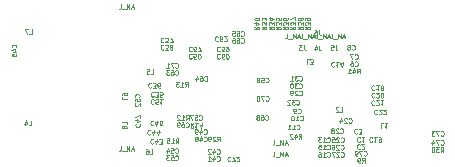
<source format=gbr>
G04 #@! TF.GenerationSoftware,KiCad,Pcbnew,(5.1.6)-1*
G04 #@! TF.CreationDate,2020-09-09T10:35:32-07:00*
G04 #@! TF.ProjectId,MiniDAQ,4d696e69-4441-4512-9e6b-696361645f70,rev?*
G04 #@! TF.SameCoordinates,Original*
G04 #@! TF.FileFunction,Other,ECO2*
%FSLAX46Y46*%
G04 Gerber Fmt 4.6, Leading zero omitted, Abs format (unit mm)*
G04 Created by KiCad (PCBNEW (5.1.6)-1) date 2020-09-09 10:35:32*
%MOMM*%
%LPD*%
G01*
G04 APERTURE LIST*
%ADD10C,0.080000*%
G04 APERTURE END LIST*
D10*
X95275609Y-111308152D02*
X95275609Y-111593866D01*
X95256561Y-111651009D01*
X95218466Y-111689104D01*
X95161323Y-111708152D01*
X95123228Y-111708152D01*
X95370847Y-111746247D02*
X95675609Y-111746247D01*
X95770847Y-111708152D02*
X95770847Y-111308152D01*
X95999419Y-111708152D01*
X95999419Y-111308152D01*
X96170847Y-111593866D02*
X96361323Y-111593866D01*
X96132752Y-111708152D02*
X96266085Y-111308152D01*
X96399419Y-111708152D01*
X95275609Y-123308152D02*
X95275609Y-123593866D01*
X95256561Y-123651009D01*
X95218466Y-123689104D01*
X95161323Y-123708152D01*
X95123228Y-123708152D01*
X95370847Y-123746247D02*
X95675609Y-123746247D01*
X95770847Y-123708152D02*
X95770847Y-123308152D01*
X95999419Y-123708152D01*
X95999419Y-123308152D01*
X96170847Y-123593866D02*
X96361323Y-123593866D01*
X96132752Y-123708152D02*
X96266085Y-123308152D01*
X96399419Y-123708152D01*
X111881409Y-113809952D02*
X111881409Y-114095666D01*
X111862361Y-114152809D01*
X111824266Y-114190904D01*
X111767123Y-114209952D01*
X111729028Y-114209952D01*
X111976647Y-114248047D02*
X112281409Y-114248047D01*
X112376647Y-114209952D02*
X112376647Y-113809952D01*
X112605219Y-114209952D01*
X112605219Y-113809952D01*
X112776647Y-114095666D02*
X112967123Y-114095666D01*
X112738552Y-114209952D02*
X112871885Y-113809952D01*
X113005219Y-114209952D01*
X113151409Y-113809952D02*
X113151409Y-114095666D01*
X113132361Y-114152809D01*
X113094266Y-114190904D01*
X113037123Y-114209952D01*
X112999028Y-114209952D01*
X113246647Y-114248047D02*
X113551409Y-114248047D01*
X113646647Y-114209952D02*
X113646647Y-113809952D01*
X113875219Y-114209952D01*
X113875219Y-113809952D01*
X114046647Y-114095666D02*
X114237123Y-114095666D01*
X114008552Y-114209952D02*
X114141885Y-113809952D01*
X114275219Y-114209952D01*
X110611409Y-113809952D02*
X110611409Y-114095666D01*
X110592361Y-114152809D01*
X110554266Y-114190904D01*
X110497123Y-114209952D01*
X110459028Y-114209952D01*
X110706647Y-114248047D02*
X111011409Y-114248047D01*
X111106647Y-114209952D02*
X111106647Y-113809952D01*
X111335219Y-114209952D01*
X111335219Y-113809952D01*
X111506647Y-114095666D02*
X111697123Y-114095666D01*
X111468552Y-114209952D02*
X111601885Y-113809952D01*
X111735219Y-114209952D01*
X109341409Y-113809952D02*
X109341409Y-114095666D01*
X109322361Y-114152809D01*
X109284266Y-114190904D01*
X109227123Y-114209952D01*
X109189028Y-114209952D01*
X109436647Y-114248047D02*
X109741409Y-114248047D01*
X109836647Y-114209952D02*
X109836647Y-113809952D01*
X110065219Y-114209952D01*
X110065219Y-113809952D01*
X110236647Y-114095666D02*
X110427123Y-114095666D01*
X110198552Y-114209952D02*
X110331885Y-113809952D01*
X110465219Y-114209952D01*
X108275609Y-123808152D02*
X108275609Y-124093866D01*
X108256561Y-124151009D01*
X108218466Y-124189104D01*
X108161323Y-124208152D01*
X108123228Y-124208152D01*
X108370847Y-124246247D02*
X108675609Y-124246247D01*
X108770847Y-124208152D02*
X108770847Y-123808152D01*
X108999419Y-124208152D01*
X108999419Y-123808152D01*
X109170847Y-124093866D02*
X109361323Y-124093866D01*
X109132752Y-124208152D02*
X109266085Y-123808152D01*
X109399419Y-124208152D01*
X108275609Y-122808152D02*
X108275609Y-123093866D01*
X108256561Y-123151009D01*
X108218466Y-123189104D01*
X108161323Y-123208152D01*
X108123228Y-123208152D01*
X108370847Y-123246247D02*
X108675609Y-123246247D01*
X108770847Y-123208152D02*
X108770847Y-122808152D01*
X108999419Y-123208152D01*
X108999419Y-122808152D01*
X109170847Y-123093866D02*
X109361323Y-123093866D01*
X109132752Y-123208152D02*
X109266085Y-122808152D01*
X109399419Y-123208152D01*
X110326942Y-122691752D02*
X110460276Y-122501276D01*
X110555514Y-122691752D02*
X110555514Y-122291752D01*
X110403133Y-122291752D01*
X110365038Y-122310800D01*
X110345990Y-122329847D01*
X110326942Y-122367942D01*
X110326942Y-122425085D01*
X110345990Y-122463180D01*
X110365038Y-122482228D01*
X110403133Y-122501276D01*
X110555514Y-122501276D01*
X109984085Y-122425085D02*
X109984085Y-122691752D01*
X110079323Y-122272704D02*
X110174561Y-122558419D01*
X109926942Y-122558419D01*
X109793609Y-122329847D02*
X109774561Y-122310800D01*
X109736466Y-122291752D01*
X109641228Y-122291752D01*
X109603133Y-122310800D01*
X109584085Y-122329847D01*
X109565038Y-122367942D01*
X109565038Y-122406038D01*
X109584085Y-122463180D01*
X109812657Y-122691752D01*
X109565038Y-122691752D01*
X115254542Y-117179952D02*
X115387876Y-116989476D01*
X115483114Y-117179952D02*
X115483114Y-116779952D01*
X115330733Y-116779952D01*
X115292638Y-116799000D01*
X115273590Y-116818047D01*
X115254542Y-116856142D01*
X115254542Y-116913285D01*
X115273590Y-116951380D01*
X115292638Y-116970428D01*
X115330733Y-116989476D01*
X115483114Y-116989476D01*
X114911685Y-116913285D02*
X114911685Y-117179952D01*
X115006923Y-116760904D02*
X115102161Y-117046619D01*
X114854542Y-117046619D01*
X114492638Y-117179952D02*
X114721209Y-117179952D01*
X114606923Y-117179952D02*
X114606923Y-116779952D01*
X114645019Y-116837095D01*
X114683114Y-116875190D01*
X114721209Y-116894238D01*
X115673666Y-124723752D02*
X115807000Y-124533276D01*
X115902238Y-124723752D02*
X115902238Y-124323752D01*
X115749857Y-124323752D01*
X115711761Y-124342800D01*
X115692714Y-124361847D01*
X115673666Y-124399942D01*
X115673666Y-124457085D01*
X115692714Y-124495180D01*
X115711761Y-124514228D01*
X115749857Y-124533276D01*
X115902238Y-124533276D01*
X115483190Y-124723752D02*
X115407000Y-124723752D01*
X115368904Y-124704704D01*
X115349857Y-124685657D01*
X115311761Y-124628514D01*
X115292714Y-124552323D01*
X115292714Y-124399942D01*
X115311761Y-124361847D01*
X115330809Y-124342800D01*
X115368904Y-124323752D01*
X115445095Y-124323752D01*
X115483190Y-124342800D01*
X115502238Y-124361847D01*
X115521285Y-124399942D01*
X115521285Y-124495180D01*
X115502238Y-124533276D01*
X115483190Y-124552323D01*
X115445095Y-124571371D01*
X115368904Y-124571371D01*
X115330809Y-124552323D01*
X115311761Y-124533276D01*
X115292714Y-124495180D01*
X115838742Y-124101457D02*
X115857790Y-124120504D01*
X115914933Y-124139552D01*
X115953028Y-124139552D01*
X116010171Y-124120504D01*
X116048266Y-124082409D01*
X116067314Y-124044314D01*
X116086361Y-123968123D01*
X116086361Y-123910980D01*
X116067314Y-123834790D01*
X116048266Y-123796695D01*
X116010171Y-123758600D01*
X115953028Y-123739552D01*
X115914933Y-123739552D01*
X115857790Y-123758600D01*
X115838742Y-123777647D01*
X115705409Y-123739552D02*
X115438742Y-123739552D01*
X115610171Y-124139552D01*
X115267314Y-124139552D02*
X115191123Y-124139552D01*
X115153028Y-124120504D01*
X115133980Y-124101457D01*
X115095885Y-124044314D01*
X115076838Y-123968123D01*
X115076838Y-123815742D01*
X115095885Y-123777647D01*
X115114933Y-123758600D01*
X115153028Y-123739552D01*
X115229219Y-123739552D01*
X115267314Y-123758600D01*
X115286361Y-123777647D01*
X115305409Y-123815742D01*
X115305409Y-123910980D01*
X115286361Y-123949076D01*
X115267314Y-123968123D01*
X115229219Y-123987171D01*
X115153028Y-123987171D01*
X115114933Y-123968123D01*
X115095885Y-123949076D01*
X115076838Y-123910980D01*
X112059133Y-113526952D02*
X112059133Y-113812666D01*
X112078180Y-113869809D01*
X112116276Y-113907904D01*
X112173419Y-113926952D01*
X112211514Y-113926952D01*
X111697228Y-113526952D02*
X111773419Y-113526952D01*
X111811514Y-113546000D01*
X111830561Y-113565047D01*
X111868657Y-113622190D01*
X111887704Y-113698380D01*
X111887704Y-113850761D01*
X111868657Y-113888857D01*
X111849609Y-113907904D01*
X111811514Y-113926952D01*
X111735323Y-113926952D01*
X111697228Y-113907904D01*
X111678180Y-113888857D01*
X111659133Y-113850761D01*
X111659133Y-113755523D01*
X111678180Y-113717428D01*
X111697228Y-113698380D01*
X111735323Y-113679333D01*
X111811514Y-113679333D01*
X111849609Y-113698380D01*
X111868657Y-113717428D01*
X111887704Y-113755523D01*
X113454333Y-114773352D02*
X113454333Y-115059066D01*
X113473380Y-115116209D01*
X113511476Y-115154304D01*
X113568619Y-115173352D01*
X113606714Y-115173352D01*
X113073380Y-114773352D02*
X113263857Y-114773352D01*
X113282904Y-114963828D01*
X113263857Y-114944780D01*
X113225761Y-114925733D01*
X113130523Y-114925733D01*
X113092428Y-114944780D01*
X113073380Y-114963828D01*
X113054333Y-115001923D01*
X113054333Y-115097161D01*
X113073380Y-115135257D01*
X113092428Y-115154304D01*
X113130523Y-115173352D01*
X113225761Y-115173352D01*
X113263857Y-115154304D01*
X113282904Y-115135257D01*
X112057333Y-114822352D02*
X112057333Y-115108066D01*
X112076380Y-115165209D01*
X112114476Y-115203304D01*
X112171619Y-115222352D01*
X112209714Y-115222352D01*
X111695428Y-114955685D02*
X111695428Y-115222352D01*
X111790666Y-114803304D02*
X111885904Y-115089019D01*
X111638285Y-115089019D01*
X110761933Y-114798752D02*
X110761933Y-115084466D01*
X110780980Y-115141609D01*
X110819076Y-115179704D01*
X110876219Y-115198752D01*
X110914314Y-115198752D01*
X110609552Y-114798752D02*
X110361933Y-114798752D01*
X110495266Y-114951133D01*
X110438123Y-114951133D01*
X110400028Y-114970180D01*
X110380980Y-114989228D01*
X110361933Y-115027323D01*
X110361933Y-115122561D01*
X110380980Y-115160657D01*
X110400028Y-115179704D01*
X110438123Y-115198752D01*
X110552409Y-115198752D01*
X110590504Y-115179704D01*
X110609552Y-115160657D01*
X106575247Y-113210942D02*
X106765723Y-113344276D01*
X106575247Y-113439514D02*
X106975247Y-113439514D01*
X106975247Y-113287133D01*
X106956200Y-113249038D01*
X106937152Y-113229990D01*
X106899057Y-113210942D01*
X106841914Y-113210942D01*
X106803819Y-113229990D01*
X106784771Y-113249038D01*
X106765723Y-113287133D01*
X106765723Y-113439514D01*
X106841914Y-112868085D02*
X106575247Y-112868085D01*
X106994295Y-112963323D02*
X106708580Y-113058561D01*
X106708580Y-112810942D01*
X106975247Y-112582371D02*
X106975247Y-112544276D01*
X106956200Y-112506180D01*
X106937152Y-112487133D01*
X106899057Y-112468085D01*
X106822866Y-112449038D01*
X106727628Y-112449038D01*
X106651438Y-112468085D01*
X106613342Y-112487133D01*
X106594295Y-112506180D01*
X106575247Y-112544276D01*
X106575247Y-112582371D01*
X106594295Y-112620466D01*
X106613342Y-112639514D01*
X106651438Y-112658561D01*
X106727628Y-112677609D01*
X106822866Y-112677609D01*
X106899057Y-112658561D01*
X106937152Y-112639514D01*
X106956200Y-112620466D01*
X106975247Y-112582371D01*
X110867847Y-113210942D02*
X111058323Y-113344276D01*
X110867847Y-113439514D02*
X111267847Y-113439514D01*
X111267847Y-113287133D01*
X111248800Y-113249038D01*
X111229752Y-113229990D01*
X111191657Y-113210942D01*
X111134514Y-113210942D01*
X111096419Y-113229990D01*
X111077371Y-113249038D01*
X111058323Y-113287133D01*
X111058323Y-113439514D01*
X111267847Y-113077609D02*
X111267847Y-112829990D01*
X111115466Y-112963323D01*
X111115466Y-112906180D01*
X111096419Y-112868085D01*
X111077371Y-112849038D01*
X111039276Y-112829990D01*
X110944038Y-112829990D01*
X110905942Y-112849038D01*
X110886895Y-112868085D01*
X110867847Y-112906180D01*
X110867847Y-113020466D01*
X110886895Y-113058561D01*
X110905942Y-113077609D01*
X110867847Y-112639514D02*
X110867847Y-112563323D01*
X110886895Y-112525228D01*
X110905942Y-112506180D01*
X110963085Y-112468085D01*
X111039276Y-112449038D01*
X111191657Y-112449038D01*
X111229752Y-112468085D01*
X111248800Y-112487133D01*
X111267847Y-112525228D01*
X111267847Y-112601419D01*
X111248800Y-112639514D01*
X111229752Y-112658561D01*
X111191657Y-112677609D01*
X111096419Y-112677609D01*
X111058323Y-112658561D01*
X111039276Y-112639514D01*
X111020228Y-112601419D01*
X111020228Y-112525228D01*
X111039276Y-112487133D01*
X111058323Y-112468085D01*
X111096419Y-112449038D01*
X110258247Y-113210942D02*
X110448723Y-113344276D01*
X110258247Y-113439514D02*
X110658247Y-113439514D01*
X110658247Y-113287133D01*
X110639200Y-113249038D01*
X110620152Y-113229990D01*
X110582057Y-113210942D01*
X110524914Y-113210942D01*
X110486819Y-113229990D01*
X110467771Y-113249038D01*
X110448723Y-113287133D01*
X110448723Y-113439514D01*
X110658247Y-113077609D02*
X110658247Y-112829990D01*
X110505866Y-112963323D01*
X110505866Y-112906180D01*
X110486819Y-112868085D01*
X110467771Y-112849038D01*
X110429676Y-112829990D01*
X110334438Y-112829990D01*
X110296342Y-112849038D01*
X110277295Y-112868085D01*
X110258247Y-112906180D01*
X110258247Y-113020466D01*
X110277295Y-113058561D01*
X110296342Y-113077609D01*
X110486819Y-112601419D02*
X110505866Y-112639514D01*
X110524914Y-112658561D01*
X110563009Y-112677609D01*
X110582057Y-112677609D01*
X110620152Y-112658561D01*
X110639200Y-112639514D01*
X110658247Y-112601419D01*
X110658247Y-112525228D01*
X110639200Y-112487133D01*
X110620152Y-112468085D01*
X110582057Y-112449038D01*
X110563009Y-112449038D01*
X110524914Y-112468085D01*
X110505866Y-112487133D01*
X110486819Y-112525228D01*
X110486819Y-112601419D01*
X110467771Y-112639514D01*
X110448723Y-112658561D01*
X110410628Y-112677609D01*
X110334438Y-112677609D01*
X110296342Y-112658561D01*
X110277295Y-112639514D01*
X110258247Y-112601419D01*
X110258247Y-112525228D01*
X110277295Y-112487133D01*
X110296342Y-112468085D01*
X110334438Y-112449038D01*
X110410628Y-112449038D01*
X110448723Y-112468085D01*
X110467771Y-112487133D01*
X110486819Y-112525228D01*
X109623247Y-113210942D02*
X109813723Y-113344276D01*
X109623247Y-113439514D02*
X110023247Y-113439514D01*
X110023247Y-113287133D01*
X110004200Y-113249038D01*
X109985152Y-113229990D01*
X109947057Y-113210942D01*
X109889914Y-113210942D01*
X109851819Y-113229990D01*
X109832771Y-113249038D01*
X109813723Y-113287133D01*
X109813723Y-113439514D01*
X110023247Y-113077609D02*
X110023247Y-112829990D01*
X109870866Y-112963323D01*
X109870866Y-112906180D01*
X109851819Y-112868085D01*
X109832771Y-112849038D01*
X109794676Y-112829990D01*
X109699438Y-112829990D01*
X109661342Y-112849038D01*
X109642295Y-112868085D01*
X109623247Y-112906180D01*
X109623247Y-113020466D01*
X109642295Y-113058561D01*
X109661342Y-113077609D01*
X110023247Y-112696657D02*
X110023247Y-112429990D01*
X109623247Y-112601419D01*
X109013647Y-113210942D02*
X109204123Y-113344276D01*
X109013647Y-113439514D02*
X109413647Y-113439514D01*
X109413647Y-113287133D01*
X109394600Y-113249038D01*
X109375552Y-113229990D01*
X109337457Y-113210942D01*
X109280314Y-113210942D01*
X109242219Y-113229990D01*
X109223171Y-113249038D01*
X109204123Y-113287133D01*
X109204123Y-113439514D01*
X109413647Y-113077609D02*
X109413647Y-112829990D01*
X109261266Y-112963323D01*
X109261266Y-112906180D01*
X109242219Y-112868085D01*
X109223171Y-112849038D01*
X109185076Y-112829990D01*
X109089838Y-112829990D01*
X109051742Y-112849038D01*
X109032695Y-112868085D01*
X109013647Y-112906180D01*
X109013647Y-113020466D01*
X109032695Y-113058561D01*
X109051742Y-113077609D01*
X109413647Y-112487133D02*
X109413647Y-112563323D01*
X109394600Y-112601419D01*
X109375552Y-112620466D01*
X109318409Y-112658561D01*
X109242219Y-112677609D01*
X109089838Y-112677609D01*
X109051742Y-112658561D01*
X109032695Y-112639514D01*
X109013647Y-112601419D01*
X109013647Y-112525228D01*
X109032695Y-112487133D01*
X109051742Y-112468085D01*
X109089838Y-112449038D01*
X109185076Y-112449038D01*
X109223171Y-112468085D01*
X109242219Y-112487133D01*
X109261266Y-112525228D01*
X109261266Y-112601419D01*
X109242219Y-112639514D01*
X109223171Y-112658561D01*
X109185076Y-112677609D01*
X108404047Y-113215342D02*
X108594523Y-113348676D01*
X108404047Y-113443914D02*
X108804047Y-113443914D01*
X108804047Y-113291533D01*
X108785000Y-113253438D01*
X108765952Y-113234390D01*
X108727857Y-113215342D01*
X108670714Y-113215342D01*
X108632619Y-113234390D01*
X108613571Y-113253438D01*
X108594523Y-113291533D01*
X108594523Y-113443914D01*
X108804047Y-113082009D02*
X108804047Y-112834390D01*
X108651666Y-112967723D01*
X108651666Y-112910580D01*
X108632619Y-112872485D01*
X108613571Y-112853438D01*
X108575476Y-112834390D01*
X108480238Y-112834390D01*
X108442142Y-112853438D01*
X108423095Y-112872485D01*
X108404047Y-112910580D01*
X108404047Y-113024866D01*
X108423095Y-113062961D01*
X108442142Y-113082009D01*
X108804047Y-112472485D02*
X108804047Y-112662961D01*
X108613571Y-112682009D01*
X108632619Y-112662961D01*
X108651666Y-112624866D01*
X108651666Y-112529628D01*
X108632619Y-112491533D01*
X108613571Y-112472485D01*
X108575476Y-112453438D01*
X108480238Y-112453438D01*
X108442142Y-112472485D01*
X108423095Y-112491533D01*
X108404047Y-112529628D01*
X108404047Y-112624866D01*
X108423095Y-112662961D01*
X108442142Y-112682009D01*
X107794447Y-113210942D02*
X107984923Y-113344276D01*
X107794447Y-113439514D02*
X108194447Y-113439514D01*
X108194447Y-113287133D01*
X108175400Y-113249038D01*
X108156352Y-113229990D01*
X108118257Y-113210942D01*
X108061114Y-113210942D01*
X108023019Y-113229990D01*
X108003971Y-113249038D01*
X107984923Y-113287133D01*
X107984923Y-113439514D01*
X108194447Y-113077609D02*
X108194447Y-112829990D01*
X108042066Y-112963323D01*
X108042066Y-112906180D01*
X108023019Y-112868085D01*
X108003971Y-112849038D01*
X107965876Y-112829990D01*
X107870638Y-112829990D01*
X107832542Y-112849038D01*
X107813495Y-112868085D01*
X107794447Y-112906180D01*
X107794447Y-113020466D01*
X107813495Y-113058561D01*
X107832542Y-113077609D01*
X108061114Y-112487133D02*
X107794447Y-112487133D01*
X108213495Y-112582371D02*
X107927780Y-112677609D01*
X107927780Y-112429990D01*
X107184847Y-113210942D02*
X107375323Y-113344276D01*
X107184847Y-113439514D02*
X107584847Y-113439514D01*
X107584847Y-113287133D01*
X107565800Y-113249038D01*
X107546752Y-113229990D01*
X107508657Y-113210942D01*
X107451514Y-113210942D01*
X107413419Y-113229990D01*
X107394371Y-113249038D01*
X107375323Y-113287133D01*
X107375323Y-113439514D01*
X107584847Y-113077609D02*
X107584847Y-112829990D01*
X107432466Y-112963323D01*
X107432466Y-112906180D01*
X107413419Y-112868085D01*
X107394371Y-112849038D01*
X107356276Y-112829990D01*
X107261038Y-112829990D01*
X107222942Y-112849038D01*
X107203895Y-112868085D01*
X107184847Y-112906180D01*
X107184847Y-113020466D01*
X107203895Y-113058561D01*
X107222942Y-113077609D01*
X107584847Y-112696657D02*
X107584847Y-112449038D01*
X107432466Y-112582371D01*
X107432466Y-112525228D01*
X107413419Y-112487133D01*
X107394371Y-112468085D01*
X107356276Y-112449038D01*
X107261038Y-112449038D01*
X107222942Y-112468085D01*
X107203895Y-112487133D01*
X107184847Y-112525228D01*
X107184847Y-112639514D01*
X107203895Y-112677609D01*
X107222942Y-112696657D01*
X103418142Y-122920352D02*
X103551476Y-122729876D01*
X103646714Y-122920352D02*
X103646714Y-122520352D01*
X103494333Y-122520352D01*
X103456238Y-122539400D01*
X103437190Y-122558447D01*
X103418142Y-122596542D01*
X103418142Y-122653685D01*
X103437190Y-122691780D01*
X103456238Y-122710828D01*
X103494333Y-122729876D01*
X103646714Y-122729876D01*
X103265761Y-122558447D02*
X103246714Y-122539400D01*
X103208619Y-122520352D01*
X103113380Y-122520352D01*
X103075285Y-122539400D01*
X103056238Y-122558447D01*
X103037190Y-122596542D01*
X103037190Y-122634638D01*
X103056238Y-122691780D01*
X103284809Y-122920352D01*
X103037190Y-122920352D01*
X102846714Y-122920352D02*
X102770523Y-122920352D01*
X102732428Y-122901304D01*
X102713380Y-122882257D01*
X102675285Y-122825114D01*
X102656238Y-122748923D01*
X102656238Y-122596542D01*
X102675285Y-122558447D01*
X102694333Y-122539400D01*
X102732428Y-122520352D01*
X102808619Y-122520352D01*
X102846714Y-122539400D01*
X102865761Y-122558447D01*
X102884809Y-122596542D01*
X102884809Y-122691780D01*
X102865761Y-122729876D01*
X102846714Y-122748923D01*
X102808619Y-122767971D01*
X102732428Y-122767971D01*
X102694333Y-122748923D01*
X102675285Y-122729876D01*
X102656238Y-122691780D01*
X122354942Y-123828152D02*
X122488276Y-123637676D01*
X122583514Y-123828152D02*
X122583514Y-123428152D01*
X122431133Y-123428152D01*
X122393038Y-123447200D01*
X122373990Y-123466247D01*
X122354942Y-123504342D01*
X122354942Y-123561485D01*
X122373990Y-123599580D01*
X122393038Y-123618628D01*
X122431133Y-123637676D01*
X122583514Y-123637676D01*
X122221609Y-123428152D02*
X121973990Y-123428152D01*
X122107323Y-123580533D01*
X122050180Y-123580533D01*
X122012085Y-123599580D01*
X121993038Y-123618628D01*
X121973990Y-123656723D01*
X121973990Y-123751961D01*
X121993038Y-123790057D01*
X122012085Y-123809104D01*
X122050180Y-123828152D01*
X122164466Y-123828152D01*
X122202561Y-123809104D01*
X122221609Y-123790057D01*
X121726371Y-123428152D02*
X121688276Y-123428152D01*
X121650180Y-123447200D01*
X121631133Y-123466247D01*
X121612085Y-123504342D01*
X121593038Y-123580533D01*
X121593038Y-123675771D01*
X121612085Y-123751961D01*
X121631133Y-123790057D01*
X121650180Y-123809104D01*
X121688276Y-123828152D01*
X121726371Y-123828152D01*
X121764466Y-123809104D01*
X121783514Y-123790057D01*
X121802561Y-123751961D01*
X121821609Y-123675771D01*
X121821609Y-123580533D01*
X121802561Y-123504342D01*
X121783514Y-123466247D01*
X121764466Y-123447200D01*
X121726371Y-123428152D01*
X99912942Y-123072752D02*
X100046276Y-122882276D01*
X100141514Y-123072752D02*
X100141514Y-122672752D01*
X99989133Y-122672752D01*
X99951038Y-122691800D01*
X99931990Y-122710847D01*
X99912942Y-122748942D01*
X99912942Y-122806085D01*
X99931990Y-122844180D01*
X99951038Y-122863228D01*
X99989133Y-122882276D01*
X100141514Y-122882276D01*
X99531990Y-123072752D02*
X99760561Y-123072752D01*
X99646276Y-123072752D02*
X99646276Y-122672752D01*
X99684371Y-122729895D01*
X99722466Y-122767990D01*
X99760561Y-122787038D01*
X99170085Y-122672752D02*
X99360561Y-122672752D01*
X99379609Y-122863228D01*
X99360561Y-122844180D01*
X99322466Y-122825133D01*
X99227228Y-122825133D01*
X99189133Y-122844180D01*
X99170085Y-122863228D01*
X99151038Y-122901323D01*
X99151038Y-122996561D01*
X99170085Y-123034657D01*
X99189133Y-123053704D01*
X99227228Y-123072752D01*
X99322466Y-123072752D01*
X99360561Y-123053704D01*
X99379609Y-123034657D01*
X101398057Y-121383447D02*
X101264723Y-121573923D01*
X101169485Y-121383447D02*
X101169485Y-121783447D01*
X101321866Y-121783447D01*
X101359961Y-121764400D01*
X101379009Y-121745352D01*
X101398057Y-121707257D01*
X101398057Y-121650114D01*
X101379009Y-121612019D01*
X101359961Y-121592971D01*
X101321866Y-121573923D01*
X101169485Y-121573923D01*
X101779009Y-121383447D02*
X101550438Y-121383447D01*
X101664723Y-121383447D02*
X101664723Y-121783447D01*
X101626628Y-121726304D01*
X101588533Y-121688209D01*
X101550438Y-121669161D01*
X102121866Y-121650114D02*
X102121866Y-121383447D01*
X102026628Y-121802495D02*
X101931390Y-121516780D01*
X102179009Y-121516780D01*
X100700342Y-118297552D02*
X100833676Y-118107076D01*
X100928914Y-118297552D02*
X100928914Y-117897552D01*
X100776533Y-117897552D01*
X100738438Y-117916600D01*
X100719390Y-117935647D01*
X100700342Y-117973742D01*
X100700342Y-118030885D01*
X100719390Y-118068980D01*
X100738438Y-118088028D01*
X100776533Y-118107076D01*
X100928914Y-118107076D01*
X100319390Y-118297552D02*
X100547961Y-118297552D01*
X100433676Y-118297552D02*
X100433676Y-117897552D01*
X100471771Y-117954695D01*
X100509866Y-117992790D01*
X100547961Y-118011838D01*
X100186057Y-117897552D02*
X99938438Y-117897552D01*
X100071771Y-118049933D01*
X100014628Y-118049933D01*
X99976533Y-118068980D01*
X99957485Y-118088028D01*
X99938438Y-118126123D01*
X99938438Y-118221361D01*
X99957485Y-118259457D01*
X99976533Y-118278504D01*
X100014628Y-118297552D01*
X100128914Y-118297552D01*
X100167009Y-118278504D01*
X100186057Y-118259457D01*
X100776542Y-121116952D02*
X100909876Y-120926476D01*
X101005114Y-121116952D02*
X101005114Y-120716952D01*
X100852733Y-120716952D01*
X100814638Y-120736000D01*
X100795590Y-120755047D01*
X100776542Y-120793142D01*
X100776542Y-120850285D01*
X100795590Y-120888380D01*
X100814638Y-120907428D01*
X100852733Y-120926476D01*
X101005114Y-120926476D01*
X100395590Y-121116952D02*
X100624161Y-121116952D01*
X100509876Y-121116952D02*
X100509876Y-120716952D01*
X100547971Y-120774095D01*
X100586066Y-120812190D01*
X100624161Y-120831238D01*
X100243209Y-120755047D02*
X100224161Y-120736000D01*
X100186066Y-120716952D01*
X100090828Y-120716952D01*
X100052733Y-120736000D01*
X100033685Y-120755047D01*
X100014638Y-120793142D01*
X100014638Y-120831238D01*
X100033685Y-120888380D01*
X100262257Y-121116952D01*
X100014638Y-121116952D01*
X95399247Y-119141866D02*
X95399247Y-119332342D01*
X95799247Y-119332342D01*
X95399247Y-118989485D02*
X95399247Y-118913295D01*
X95418295Y-118875200D01*
X95437342Y-118856152D01*
X95494485Y-118818057D01*
X95570676Y-118799009D01*
X95723057Y-118799009D01*
X95761152Y-118818057D01*
X95780200Y-118837104D01*
X95799247Y-118875200D01*
X95799247Y-118951390D01*
X95780200Y-118989485D01*
X95761152Y-119008533D01*
X95723057Y-119027580D01*
X95627819Y-119027580D01*
X95589723Y-119008533D01*
X95570676Y-118989485D01*
X95551628Y-118951390D01*
X95551628Y-118875200D01*
X95570676Y-118837104D01*
X95589723Y-118818057D01*
X95627819Y-118799009D01*
X95761152Y-121497733D02*
X95761152Y-121307257D01*
X95361152Y-121307257D01*
X95532580Y-121688209D02*
X95513533Y-121650114D01*
X95494485Y-121631066D01*
X95456390Y-121612019D01*
X95437342Y-121612019D01*
X95399247Y-121631066D01*
X95380200Y-121650114D01*
X95361152Y-121688209D01*
X95361152Y-121764400D01*
X95380200Y-121802495D01*
X95399247Y-121821542D01*
X95437342Y-121840590D01*
X95456390Y-121840590D01*
X95494485Y-121821542D01*
X95513533Y-121802495D01*
X95532580Y-121764400D01*
X95532580Y-121688209D01*
X95551628Y-121650114D01*
X95570676Y-121631066D01*
X95608771Y-121612019D01*
X95684961Y-121612019D01*
X95723057Y-121631066D01*
X95742104Y-121650114D01*
X95761152Y-121688209D01*
X95761152Y-121764400D01*
X95742104Y-121802495D01*
X95723057Y-121821542D01*
X95684961Y-121840590D01*
X95608771Y-121840590D01*
X95570676Y-121821542D01*
X95551628Y-121802495D01*
X95532580Y-121764400D01*
X87518866Y-113820552D02*
X87709342Y-113820552D01*
X87709342Y-113420552D01*
X87423628Y-113420552D02*
X87156961Y-113420552D01*
X87328390Y-113820552D01*
X97729666Y-124005952D02*
X97920142Y-124005952D01*
X97920142Y-123605952D01*
X97424904Y-123605952D02*
X97501095Y-123605952D01*
X97539190Y-123625000D01*
X97558238Y-123644047D01*
X97596333Y-123701190D01*
X97615380Y-123777380D01*
X97615380Y-123929761D01*
X97596333Y-123967857D01*
X97577285Y-123986904D01*
X97539190Y-124005952D01*
X97463000Y-124005952D01*
X97424904Y-123986904D01*
X97405857Y-123967857D01*
X97386809Y-123929761D01*
X97386809Y-123834523D01*
X97405857Y-123796428D01*
X97424904Y-123777380D01*
X97463000Y-123758333D01*
X97539190Y-123758333D01*
X97577285Y-123777380D01*
X97596333Y-123796428D01*
X97615380Y-123834523D01*
X97805866Y-117224152D02*
X97996342Y-117224152D01*
X97996342Y-116824152D01*
X97482057Y-116824152D02*
X97672533Y-116824152D01*
X97691580Y-117014628D01*
X97672533Y-116995580D01*
X97634438Y-116976533D01*
X97539200Y-116976533D01*
X97501104Y-116995580D01*
X97482057Y-117014628D01*
X97463009Y-117052723D01*
X97463009Y-117147961D01*
X97482057Y-117186057D01*
X97501104Y-117205104D01*
X97539200Y-117224152D01*
X97634438Y-117224152D01*
X97672533Y-117205104D01*
X97691580Y-117186057D01*
X87468066Y-121567552D02*
X87658542Y-121567552D01*
X87658542Y-121167552D01*
X87163304Y-121300885D02*
X87163304Y-121567552D01*
X87258542Y-121148504D02*
X87353780Y-121434219D01*
X87106161Y-121434219D01*
X111185333Y-115973247D02*
X110994857Y-115973247D01*
X110994857Y-116373247D01*
X111280571Y-116373247D02*
X111528190Y-116373247D01*
X111394857Y-116220866D01*
X111452000Y-116220866D01*
X111490095Y-116201819D01*
X111509142Y-116182771D01*
X111528190Y-116144676D01*
X111528190Y-116049438D01*
X111509142Y-116011342D01*
X111490095Y-115992295D01*
X111452000Y-115973247D01*
X111337714Y-115973247D01*
X111299619Y-115992295D01*
X111280571Y-116011342D01*
X113807866Y-120424552D02*
X113998342Y-120424552D01*
X113998342Y-120024552D01*
X113693580Y-120062647D02*
X113674533Y-120043600D01*
X113636438Y-120024552D01*
X113541200Y-120024552D01*
X113503104Y-120043600D01*
X113484057Y-120062647D01*
X113465009Y-120100742D01*
X113465009Y-120138838D01*
X113484057Y-120195980D01*
X113712628Y-120424552D01*
X113465009Y-120424552D01*
X117484533Y-121358047D02*
X117294057Y-121358047D01*
X117294057Y-121758047D01*
X117827390Y-121358047D02*
X117598819Y-121358047D01*
X117713104Y-121358047D02*
X117713104Y-121758047D01*
X117675009Y-121700904D01*
X117636914Y-121662809D01*
X117598819Y-121643761D01*
X122350542Y-123180457D02*
X122369590Y-123199504D01*
X122426733Y-123218552D01*
X122464828Y-123218552D01*
X122521971Y-123199504D01*
X122560066Y-123161409D01*
X122579114Y-123123314D01*
X122598161Y-123047123D01*
X122598161Y-122989980D01*
X122579114Y-122913790D01*
X122560066Y-122875695D01*
X122521971Y-122837600D01*
X122464828Y-122818552D01*
X122426733Y-122818552D01*
X122369590Y-122837600D01*
X122350542Y-122856647D01*
X122217209Y-122818552D02*
X121950542Y-122818552D01*
X122121971Y-123218552D01*
X121626733Y-122951885D02*
X121626733Y-123218552D01*
X121721971Y-122799504D02*
X121817209Y-123085219D01*
X121569590Y-123085219D01*
X122354942Y-122418457D02*
X122373990Y-122437504D01*
X122431133Y-122456552D01*
X122469228Y-122456552D01*
X122526371Y-122437504D01*
X122564466Y-122399409D01*
X122583514Y-122361314D01*
X122602561Y-122285123D01*
X122602561Y-122227980D01*
X122583514Y-122151790D01*
X122564466Y-122113695D01*
X122526371Y-122075600D01*
X122469228Y-122056552D01*
X122431133Y-122056552D01*
X122373990Y-122075600D01*
X122354942Y-122094647D01*
X122221609Y-122056552D02*
X121954942Y-122056552D01*
X122126371Y-122456552D01*
X121840657Y-122056552D02*
X121593038Y-122056552D01*
X121726371Y-122208933D01*
X121669228Y-122208933D01*
X121631133Y-122227980D01*
X121612085Y-122247028D01*
X121593038Y-122285123D01*
X121593038Y-122380361D01*
X121612085Y-122418457D01*
X121631133Y-122437504D01*
X121669228Y-122456552D01*
X121783514Y-122456552D01*
X121821609Y-122437504D01*
X121840657Y-122418457D01*
X104529457Y-124272942D02*
X104510409Y-124253895D01*
X104453266Y-124234847D01*
X104415171Y-124234847D01*
X104358028Y-124253895D01*
X104319933Y-124291990D01*
X104300885Y-124330085D01*
X104281838Y-124406276D01*
X104281838Y-124463419D01*
X104300885Y-124539609D01*
X104319933Y-124577704D01*
X104358028Y-124615800D01*
X104415171Y-124634847D01*
X104453266Y-124634847D01*
X104510409Y-124615800D01*
X104529457Y-124596752D01*
X104662790Y-124634847D02*
X104929457Y-124634847D01*
X104758028Y-124234847D01*
X105062790Y-124596752D02*
X105081838Y-124615800D01*
X105119933Y-124634847D01*
X105215171Y-124634847D01*
X105253266Y-124615800D01*
X105272314Y-124596752D01*
X105291361Y-124558657D01*
X105291361Y-124520561D01*
X105272314Y-124463419D01*
X105043742Y-124234847D01*
X105291361Y-124234847D01*
X99887542Y-116659257D02*
X99906590Y-116678304D01*
X99963733Y-116697352D01*
X100001828Y-116697352D01*
X100058971Y-116678304D01*
X100097066Y-116640209D01*
X100116114Y-116602114D01*
X100135161Y-116525923D01*
X100135161Y-116468780D01*
X100116114Y-116392590D01*
X100097066Y-116354495D01*
X100058971Y-116316400D01*
X100001828Y-116297352D01*
X99963733Y-116297352D01*
X99906590Y-116316400D01*
X99887542Y-116335447D01*
X99754209Y-116297352D02*
X99487542Y-116297352D01*
X99658971Y-116697352D01*
X99125638Y-116697352D02*
X99354209Y-116697352D01*
X99239923Y-116697352D02*
X99239923Y-116297352D01*
X99278019Y-116354495D01*
X99316114Y-116392590D01*
X99354209Y-116411638D01*
X107532942Y-119453257D02*
X107551990Y-119472304D01*
X107609133Y-119491352D01*
X107647228Y-119491352D01*
X107704371Y-119472304D01*
X107742466Y-119434209D01*
X107761514Y-119396114D01*
X107780561Y-119319923D01*
X107780561Y-119262780D01*
X107761514Y-119186590D01*
X107742466Y-119148495D01*
X107704371Y-119110400D01*
X107647228Y-119091352D01*
X107609133Y-119091352D01*
X107551990Y-119110400D01*
X107532942Y-119129447D01*
X107399609Y-119091352D02*
X107132942Y-119091352D01*
X107304371Y-119491352D01*
X106904371Y-119091352D02*
X106866276Y-119091352D01*
X106828180Y-119110400D01*
X106809133Y-119129447D01*
X106790085Y-119167542D01*
X106771038Y-119243733D01*
X106771038Y-119338971D01*
X106790085Y-119415161D01*
X106809133Y-119453257D01*
X106828180Y-119472304D01*
X106866276Y-119491352D01*
X106904371Y-119491352D01*
X106942466Y-119472304D01*
X106961514Y-119453257D01*
X106980561Y-119415161D01*
X106999609Y-119338971D01*
X106999609Y-119243733D01*
X106980561Y-119167542D01*
X106961514Y-119129447D01*
X106942466Y-119110400D01*
X106904371Y-119091352D01*
X100776542Y-121688457D02*
X100795590Y-121707504D01*
X100852733Y-121726552D01*
X100890828Y-121726552D01*
X100947971Y-121707504D01*
X100986066Y-121669409D01*
X101005114Y-121631314D01*
X101024161Y-121555123D01*
X101024161Y-121497980D01*
X101005114Y-121421790D01*
X100986066Y-121383695D01*
X100947971Y-121345600D01*
X100890828Y-121326552D01*
X100852733Y-121326552D01*
X100795590Y-121345600D01*
X100776542Y-121364647D01*
X100433685Y-121326552D02*
X100509876Y-121326552D01*
X100547971Y-121345600D01*
X100567019Y-121364647D01*
X100605114Y-121421790D01*
X100624161Y-121497980D01*
X100624161Y-121650361D01*
X100605114Y-121688457D01*
X100586066Y-121707504D01*
X100547971Y-121726552D01*
X100471780Y-121726552D01*
X100433685Y-121707504D01*
X100414638Y-121688457D01*
X100395590Y-121650361D01*
X100395590Y-121555123D01*
X100414638Y-121517028D01*
X100433685Y-121497980D01*
X100471780Y-121478933D01*
X100547971Y-121478933D01*
X100586066Y-121497980D01*
X100605114Y-121517028D01*
X100624161Y-121555123D01*
X100205114Y-121726552D02*
X100128923Y-121726552D01*
X100090828Y-121707504D01*
X100071780Y-121688457D01*
X100033685Y-121631314D01*
X100014638Y-121555123D01*
X100014638Y-121402742D01*
X100033685Y-121364647D01*
X100052733Y-121345600D01*
X100090828Y-121326552D01*
X100167019Y-121326552D01*
X100205114Y-121345600D01*
X100224161Y-121364647D01*
X100243209Y-121402742D01*
X100243209Y-121497980D01*
X100224161Y-121536076D01*
X100205114Y-121555123D01*
X100167019Y-121574171D01*
X100090828Y-121574171D01*
X100052733Y-121555123D01*
X100033685Y-121536076D01*
X100014638Y-121497980D01*
X107507542Y-121078857D02*
X107526590Y-121097904D01*
X107583733Y-121116952D01*
X107621828Y-121116952D01*
X107678971Y-121097904D01*
X107717066Y-121059809D01*
X107736114Y-121021714D01*
X107755161Y-120945523D01*
X107755161Y-120888380D01*
X107736114Y-120812190D01*
X107717066Y-120774095D01*
X107678971Y-120736000D01*
X107621828Y-120716952D01*
X107583733Y-120716952D01*
X107526590Y-120736000D01*
X107507542Y-120755047D01*
X107164685Y-120716952D02*
X107240876Y-120716952D01*
X107278971Y-120736000D01*
X107298019Y-120755047D01*
X107336114Y-120812190D01*
X107355161Y-120888380D01*
X107355161Y-121040761D01*
X107336114Y-121078857D01*
X107317066Y-121097904D01*
X107278971Y-121116952D01*
X107202780Y-121116952D01*
X107164685Y-121097904D01*
X107145638Y-121078857D01*
X107126590Y-121040761D01*
X107126590Y-120945523D01*
X107145638Y-120907428D01*
X107164685Y-120888380D01*
X107202780Y-120869333D01*
X107278971Y-120869333D01*
X107317066Y-120888380D01*
X107336114Y-120907428D01*
X107355161Y-120945523D01*
X106898019Y-120888380D02*
X106936114Y-120869333D01*
X106955161Y-120850285D01*
X106974209Y-120812190D01*
X106974209Y-120793142D01*
X106955161Y-120755047D01*
X106936114Y-120736000D01*
X106898019Y-120716952D01*
X106821828Y-120716952D01*
X106783733Y-120736000D01*
X106764685Y-120755047D01*
X106745638Y-120793142D01*
X106745638Y-120812190D01*
X106764685Y-120850285D01*
X106783733Y-120869333D01*
X106821828Y-120888380D01*
X106898019Y-120888380D01*
X106936114Y-120907428D01*
X106955161Y-120926476D01*
X106974209Y-120964571D01*
X106974209Y-121040761D01*
X106955161Y-121078857D01*
X106936114Y-121097904D01*
X106898019Y-121116952D01*
X106821828Y-121116952D01*
X106783733Y-121097904D01*
X106764685Y-121078857D01*
X106745638Y-121040761D01*
X106745638Y-120964571D01*
X106764685Y-120926476D01*
X106783733Y-120907428D01*
X106821828Y-120888380D01*
X101252857Y-114951142D02*
X101233809Y-114932095D01*
X101176666Y-114913047D01*
X101138571Y-114913047D01*
X101081428Y-114932095D01*
X101043333Y-114970190D01*
X101024285Y-115008285D01*
X101005238Y-115084476D01*
X101005238Y-115141619D01*
X101024285Y-115217809D01*
X101043333Y-115255904D01*
X101081428Y-115294000D01*
X101138571Y-115313047D01*
X101176666Y-115313047D01*
X101233809Y-115294000D01*
X101252857Y-115274952D01*
X101595714Y-115313047D02*
X101519523Y-115313047D01*
X101481428Y-115294000D01*
X101462380Y-115274952D01*
X101424285Y-115217809D01*
X101405238Y-115141619D01*
X101405238Y-114989238D01*
X101424285Y-114951142D01*
X101443333Y-114932095D01*
X101481428Y-114913047D01*
X101557619Y-114913047D01*
X101595714Y-114932095D01*
X101614761Y-114951142D01*
X101633809Y-114989238D01*
X101633809Y-115084476D01*
X101614761Y-115122571D01*
X101595714Y-115141619D01*
X101557619Y-115160666D01*
X101481428Y-115160666D01*
X101443333Y-115141619D01*
X101424285Y-115122571D01*
X101405238Y-115084476D01*
X101767142Y-115313047D02*
X102033809Y-115313047D01*
X101862380Y-114913047D01*
X105463942Y-114544457D02*
X105482990Y-114563504D01*
X105540133Y-114582552D01*
X105578228Y-114582552D01*
X105635371Y-114563504D01*
X105673466Y-114525409D01*
X105692514Y-114487314D01*
X105711561Y-114411123D01*
X105711561Y-114353980D01*
X105692514Y-114277790D01*
X105673466Y-114239695D01*
X105635371Y-114201600D01*
X105578228Y-114182552D01*
X105540133Y-114182552D01*
X105482990Y-114201600D01*
X105463942Y-114220647D01*
X105121085Y-114182552D02*
X105197276Y-114182552D01*
X105235371Y-114201600D01*
X105254419Y-114220647D01*
X105292514Y-114277790D01*
X105311561Y-114353980D01*
X105311561Y-114506361D01*
X105292514Y-114544457D01*
X105273466Y-114563504D01*
X105235371Y-114582552D01*
X105159180Y-114582552D01*
X105121085Y-114563504D01*
X105102038Y-114544457D01*
X105082990Y-114506361D01*
X105082990Y-114411123D01*
X105102038Y-114373028D01*
X105121085Y-114353980D01*
X105159180Y-114334933D01*
X105235371Y-114334933D01*
X105273466Y-114353980D01*
X105292514Y-114373028D01*
X105311561Y-114411123D01*
X104740133Y-114182552D02*
X104816323Y-114182552D01*
X104854419Y-114201600D01*
X104873466Y-114220647D01*
X104911561Y-114277790D01*
X104930609Y-114353980D01*
X104930609Y-114506361D01*
X104911561Y-114544457D01*
X104892514Y-114563504D01*
X104854419Y-114582552D01*
X104778228Y-114582552D01*
X104740133Y-114563504D01*
X104721085Y-114544457D01*
X104702038Y-114506361D01*
X104702038Y-114411123D01*
X104721085Y-114373028D01*
X104740133Y-114353980D01*
X104778228Y-114334933D01*
X104854419Y-114334933D01*
X104892514Y-114353980D01*
X104911561Y-114373028D01*
X104930609Y-114411123D01*
X105463942Y-113960257D02*
X105482990Y-113979304D01*
X105540133Y-113998352D01*
X105578228Y-113998352D01*
X105635371Y-113979304D01*
X105673466Y-113941209D01*
X105692514Y-113903114D01*
X105711561Y-113826923D01*
X105711561Y-113769780D01*
X105692514Y-113693590D01*
X105673466Y-113655495D01*
X105635371Y-113617400D01*
X105578228Y-113598352D01*
X105540133Y-113598352D01*
X105482990Y-113617400D01*
X105463942Y-113636447D01*
X105121085Y-113598352D02*
X105197276Y-113598352D01*
X105235371Y-113617400D01*
X105254419Y-113636447D01*
X105292514Y-113693590D01*
X105311561Y-113769780D01*
X105311561Y-113922161D01*
X105292514Y-113960257D01*
X105273466Y-113979304D01*
X105235371Y-113998352D01*
X105159180Y-113998352D01*
X105121085Y-113979304D01*
X105102038Y-113960257D01*
X105082990Y-113922161D01*
X105082990Y-113826923D01*
X105102038Y-113788828D01*
X105121085Y-113769780D01*
X105159180Y-113750733D01*
X105235371Y-113750733D01*
X105273466Y-113769780D01*
X105292514Y-113788828D01*
X105311561Y-113826923D01*
X104721085Y-113598352D02*
X104911561Y-113598352D01*
X104930609Y-113788828D01*
X104911561Y-113769780D01*
X104873466Y-113750733D01*
X104778228Y-113750733D01*
X104740133Y-113769780D01*
X104721085Y-113788828D01*
X104702038Y-113826923D01*
X104702038Y-113922161D01*
X104721085Y-113960257D01*
X104740133Y-113979304D01*
X104778228Y-113998352D01*
X104873466Y-113998352D01*
X104911561Y-113979304D01*
X104930609Y-113960257D01*
X102351342Y-117776857D02*
X102370390Y-117795904D01*
X102427533Y-117814952D01*
X102465628Y-117814952D01*
X102522771Y-117795904D01*
X102560866Y-117757809D01*
X102579914Y-117719714D01*
X102598961Y-117643523D01*
X102598961Y-117586380D01*
X102579914Y-117510190D01*
X102560866Y-117472095D01*
X102522771Y-117434000D01*
X102465628Y-117414952D01*
X102427533Y-117414952D01*
X102370390Y-117434000D01*
X102351342Y-117453047D01*
X102008485Y-117414952D02*
X102084676Y-117414952D01*
X102122771Y-117434000D01*
X102141819Y-117453047D01*
X102179914Y-117510190D01*
X102198961Y-117586380D01*
X102198961Y-117738761D01*
X102179914Y-117776857D01*
X102160866Y-117795904D01*
X102122771Y-117814952D01*
X102046580Y-117814952D01*
X102008485Y-117795904D01*
X101989438Y-117776857D01*
X101970390Y-117738761D01*
X101970390Y-117643523D01*
X101989438Y-117605428D01*
X102008485Y-117586380D01*
X102046580Y-117567333D01*
X102122771Y-117567333D01*
X102160866Y-117586380D01*
X102179914Y-117605428D01*
X102198961Y-117643523D01*
X101627533Y-117548285D02*
X101627533Y-117814952D01*
X101722771Y-117395904D02*
X101818009Y-117681619D01*
X101570390Y-117681619D01*
X99887542Y-117268857D02*
X99906590Y-117287904D01*
X99963733Y-117306952D01*
X100001828Y-117306952D01*
X100058971Y-117287904D01*
X100097066Y-117249809D01*
X100116114Y-117211714D01*
X100135161Y-117135523D01*
X100135161Y-117078380D01*
X100116114Y-117002190D01*
X100097066Y-116964095D01*
X100058971Y-116926000D01*
X100001828Y-116906952D01*
X99963733Y-116906952D01*
X99906590Y-116926000D01*
X99887542Y-116945047D01*
X99544685Y-116906952D02*
X99620876Y-116906952D01*
X99658971Y-116926000D01*
X99678019Y-116945047D01*
X99716114Y-117002190D01*
X99735161Y-117078380D01*
X99735161Y-117230761D01*
X99716114Y-117268857D01*
X99697066Y-117287904D01*
X99658971Y-117306952D01*
X99582780Y-117306952D01*
X99544685Y-117287904D01*
X99525638Y-117268857D01*
X99506590Y-117230761D01*
X99506590Y-117135523D01*
X99525638Y-117097428D01*
X99544685Y-117078380D01*
X99582780Y-117059333D01*
X99658971Y-117059333D01*
X99697066Y-117078380D01*
X99716114Y-117097428D01*
X99735161Y-117135523D01*
X99373257Y-116906952D02*
X99125638Y-116906952D01*
X99258971Y-117059333D01*
X99201828Y-117059333D01*
X99163733Y-117078380D01*
X99144685Y-117097428D01*
X99125638Y-117135523D01*
X99125638Y-117230761D01*
X99144685Y-117268857D01*
X99163733Y-117287904D01*
X99201828Y-117306952D01*
X99316114Y-117306952D01*
X99354209Y-117287904D01*
X99373257Y-117268857D01*
X103476457Y-114080942D02*
X103457409Y-114061895D01*
X103400266Y-114042847D01*
X103362171Y-114042847D01*
X103305028Y-114061895D01*
X103266933Y-114099990D01*
X103247885Y-114138085D01*
X103228838Y-114214276D01*
X103228838Y-114271419D01*
X103247885Y-114347609D01*
X103266933Y-114385704D01*
X103305028Y-114423800D01*
X103362171Y-114442847D01*
X103400266Y-114442847D01*
X103457409Y-114423800D01*
X103476457Y-114404752D01*
X103819314Y-114442847D02*
X103743123Y-114442847D01*
X103705028Y-114423800D01*
X103685980Y-114404752D01*
X103647885Y-114347609D01*
X103628838Y-114271419D01*
X103628838Y-114119038D01*
X103647885Y-114080942D01*
X103666933Y-114061895D01*
X103705028Y-114042847D01*
X103781219Y-114042847D01*
X103819314Y-114061895D01*
X103838361Y-114080942D01*
X103857409Y-114119038D01*
X103857409Y-114214276D01*
X103838361Y-114252371D01*
X103819314Y-114271419D01*
X103781219Y-114290466D01*
X103705028Y-114290466D01*
X103666933Y-114271419D01*
X103647885Y-114252371D01*
X103628838Y-114214276D01*
X104009790Y-114404752D02*
X104028838Y-114423800D01*
X104066933Y-114442847D01*
X104162171Y-114442847D01*
X104200266Y-114423800D01*
X104219314Y-114404752D01*
X104238361Y-114366657D01*
X104238361Y-114328561D01*
X104219314Y-114271419D01*
X103990742Y-114042847D01*
X104238361Y-114042847D01*
X103640457Y-115554142D02*
X103621409Y-115535095D01*
X103564266Y-115516047D01*
X103526171Y-115516047D01*
X103469028Y-115535095D01*
X103430933Y-115573190D01*
X103411885Y-115611285D01*
X103392838Y-115687476D01*
X103392838Y-115744619D01*
X103411885Y-115820809D01*
X103430933Y-115858904D01*
X103469028Y-115897000D01*
X103526171Y-115916047D01*
X103564266Y-115916047D01*
X103621409Y-115897000D01*
X103640457Y-115877952D01*
X103983314Y-115916047D02*
X103907123Y-115916047D01*
X103869028Y-115897000D01*
X103849980Y-115877952D01*
X103811885Y-115820809D01*
X103792838Y-115744619D01*
X103792838Y-115592238D01*
X103811885Y-115554142D01*
X103830933Y-115535095D01*
X103869028Y-115516047D01*
X103945219Y-115516047D01*
X103983314Y-115535095D01*
X104002361Y-115554142D01*
X104021409Y-115592238D01*
X104021409Y-115687476D01*
X104002361Y-115725571D01*
X103983314Y-115744619D01*
X103945219Y-115763666D01*
X103869028Y-115763666D01*
X103830933Y-115744619D01*
X103811885Y-115725571D01*
X103792838Y-115687476D01*
X104269028Y-115916047D02*
X104307123Y-115916047D01*
X104345219Y-115897000D01*
X104364266Y-115877952D01*
X104383314Y-115839857D01*
X104402361Y-115763666D01*
X104402361Y-115668428D01*
X104383314Y-115592238D01*
X104364266Y-115554142D01*
X104345219Y-115535095D01*
X104307123Y-115516047D01*
X104269028Y-115516047D01*
X104230933Y-115535095D01*
X104211885Y-115554142D01*
X104192838Y-115592238D01*
X104173790Y-115668428D01*
X104173790Y-115763666D01*
X104192838Y-115839857D01*
X104211885Y-115877952D01*
X104230933Y-115897000D01*
X104269028Y-115916047D01*
X103640457Y-114944542D02*
X103621409Y-114925495D01*
X103564266Y-114906447D01*
X103526171Y-114906447D01*
X103469028Y-114925495D01*
X103430933Y-114963590D01*
X103411885Y-115001685D01*
X103392838Y-115077876D01*
X103392838Y-115135019D01*
X103411885Y-115211209D01*
X103430933Y-115249304D01*
X103469028Y-115287400D01*
X103526171Y-115306447D01*
X103564266Y-115306447D01*
X103621409Y-115287400D01*
X103640457Y-115268352D01*
X104002361Y-115306447D02*
X103811885Y-115306447D01*
X103792838Y-115115971D01*
X103811885Y-115135019D01*
X103849980Y-115154066D01*
X103945219Y-115154066D01*
X103983314Y-115135019D01*
X104002361Y-115115971D01*
X104021409Y-115077876D01*
X104021409Y-114982638D01*
X104002361Y-114944542D01*
X103983314Y-114925495D01*
X103945219Y-114906447D01*
X103849980Y-114906447D01*
X103811885Y-114925495D01*
X103792838Y-114944542D01*
X104211885Y-114906447D02*
X104288076Y-114906447D01*
X104326171Y-114925495D01*
X104345219Y-114944542D01*
X104383314Y-115001685D01*
X104402361Y-115077876D01*
X104402361Y-115230257D01*
X104383314Y-115268352D01*
X104364266Y-115287400D01*
X104326171Y-115306447D01*
X104249980Y-115306447D01*
X104211885Y-115287400D01*
X104192838Y-115268352D01*
X104173790Y-115230257D01*
X104173790Y-115135019D01*
X104192838Y-115096923D01*
X104211885Y-115077876D01*
X104249980Y-115058828D01*
X104326171Y-115058828D01*
X104364266Y-115077876D01*
X104383314Y-115096923D01*
X104402361Y-115135019D01*
X107532942Y-117903857D02*
X107551990Y-117922904D01*
X107609133Y-117941952D01*
X107647228Y-117941952D01*
X107704371Y-117922904D01*
X107742466Y-117884809D01*
X107761514Y-117846714D01*
X107780561Y-117770523D01*
X107780561Y-117713380D01*
X107761514Y-117637190D01*
X107742466Y-117599095D01*
X107704371Y-117561000D01*
X107647228Y-117541952D01*
X107609133Y-117541952D01*
X107551990Y-117561000D01*
X107532942Y-117580047D01*
X107171038Y-117541952D02*
X107361514Y-117541952D01*
X107380561Y-117732428D01*
X107361514Y-117713380D01*
X107323419Y-117694333D01*
X107228180Y-117694333D01*
X107190085Y-117713380D01*
X107171038Y-117732428D01*
X107151990Y-117770523D01*
X107151990Y-117865761D01*
X107171038Y-117903857D01*
X107190085Y-117922904D01*
X107228180Y-117941952D01*
X107323419Y-117941952D01*
X107361514Y-117922904D01*
X107380561Y-117903857D01*
X106923419Y-117713380D02*
X106961514Y-117694333D01*
X106980561Y-117675285D01*
X106999609Y-117637190D01*
X106999609Y-117618142D01*
X106980561Y-117580047D01*
X106961514Y-117561000D01*
X106923419Y-117541952D01*
X106847228Y-117541952D01*
X106809133Y-117561000D01*
X106790085Y-117580047D01*
X106771038Y-117618142D01*
X106771038Y-117637190D01*
X106790085Y-117675285D01*
X106809133Y-117694333D01*
X106847228Y-117713380D01*
X106923419Y-117713380D01*
X106961514Y-117732428D01*
X106980561Y-117751476D01*
X106999609Y-117789571D01*
X106999609Y-117865761D01*
X106980561Y-117903857D01*
X106961514Y-117922904D01*
X106923419Y-117941952D01*
X106847228Y-117941952D01*
X106809133Y-117922904D01*
X106790085Y-117903857D01*
X106771038Y-117865761D01*
X106771038Y-117789571D01*
X106790085Y-117751476D01*
X106809133Y-117732428D01*
X106847228Y-117713380D01*
X101907942Y-121072257D02*
X101926990Y-121091304D01*
X101984133Y-121110352D01*
X102022228Y-121110352D01*
X102079371Y-121091304D01*
X102117466Y-121053209D01*
X102136514Y-121015114D01*
X102155561Y-120938923D01*
X102155561Y-120881780D01*
X102136514Y-120805590D01*
X102117466Y-120767495D01*
X102079371Y-120729400D01*
X102022228Y-120710352D01*
X101984133Y-120710352D01*
X101926990Y-120729400D01*
X101907942Y-120748447D01*
X101546038Y-120710352D02*
X101736514Y-120710352D01*
X101755561Y-120900828D01*
X101736514Y-120881780D01*
X101698419Y-120862733D01*
X101603180Y-120862733D01*
X101565085Y-120881780D01*
X101546038Y-120900828D01*
X101526990Y-120938923D01*
X101526990Y-121034161D01*
X101546038Y-121072257D01*
X101565085Y-121091304D01*
X101603180Y-121110352D01*
X101698419Y-121110352D01*
X101736514Y-121091304D01*
X101755561Y-121072257D01*
X101393657Y-120710352D02*
X101126990Y-120710352D01*
X101298419Y-121110352D01*
X99887542Y-123866257D02*
X99906590Y-123885304D01*
X99963733Y-123904352D01*
X100001828Y-123904352D01*
X100058971Y-123885304D01*
X100097066Y-123847209D01*
X100116114Y-123809114D01*
X100135161Y-123732923D01*
X100135161Y-123675780D01*
X100116114Y-123599590D01*
X100097066Y-123561495D01*
X100058971Y-123523400D01*
X100001828Y-123504352D01*
X99963733Y-123504352D01*
X99906590Y-123523400D01*
X99887542Y-123542447D01*
X99525638Y-123504352D02*
X99716114Y-123504352D01*
X99735161Y-123694828D01*
X99716114Y-123675780D01*
X99678019Y-123656733D01*
X99582780Y-123656733D01*
X99544685Y-123675780D01*
X99525638Y-123694828D01*
X99506590Y-123732923D01*
X99506590Y-123828161D01*
X99525638Y-123866257D01*
X99544685Y-123885304D01*
X99582780Y-123904352D01*
X99678019Y-123904352D01*
X99716114Y-123885304D01*
X99735161Y-123866257D01*
X99163733Y-123637685D02*
X99163733Y-123904352D01*
X99258971Y-123485304D02*
X99354209Y-123771019D01*
X99106590Y-123771019D01*
X99887542Y-124482457D02*
X99906590Y-124501504D01*
X99963733Y-124520552D01*
X100001828Y-124520552D01*
X100058971Y-124501504D01*
X100097066Y-124463409D01*
X100116114Y-124425314D01*
X100135161Y-124349123D01*
X100135161Y-124291980D01*
X100116114Y-124215790D01*
X100097066Y-124177695D01*
X100058971Y-124139600D01*
X100001828Y-124120552D01*
X99963733Y-124120552D01*
X99906590Y-124139600D01*
X99887542Y-124158647D01*
X99525638Y-124120552D02*
X99716114Y-124120552D01*
X99735161Y-124311028D01*
X99716114Y-124291980D01*
X99678019Y-124272933D01*
X99582780Y-124272933D01*
X99544685Y-124291980D01*
X99525638Y-124311028D01*
X99506590Y-124349123D01*
X99506590Y-124444361D01*
X99525638Y-124482457D01*
X99544685Y-124501504D01*
X99582780Y-124520552D01*
X99678019Y-124520552D01*
X99716114Y-124501504D01*
X99735161Y-124482457D01*
X99373257Y-124120552D02*
X99125638Y-124120552D01*
X99258971Y-124272933D01*
X99201828Y-124272933D01*
X99163733Y-124291980D01*
X99144685Y-124311028D01*
X99125638Y-124349123D01*
X99125638Y-124444361D01*
X99144685Y-124482457D01*
X99163733Y-124501504D01*
X99201828Y-124520552D01*
X99316114Y-124520552D01*
X99354209Y-124501504D01*
X99373257Y-124482457D01*
X96815257Y-119173657D02*
X96834304Y-119154609D01*
X96853352Y-119097466D01*
X96853352Y-119059371D01*
X96834304Y-119002228D01*
X96796209Y-118964133D01*
X96758114Y-118945085D01*
X96681923Y-118926038D01*
X96624780Y-118926038D01*
X96548590Y-118945085D01*
X96510495Y-118964133D01*
X96472400Y-119002228D01*
X96453352Y-119059371D01*
X96453352Y-119097466D01*
X96472400Y-119154609D01*
X96491447Y-119173657D01*
X96453352Y-119535561D02*
X96453352Y-119345085D01*
X96643828Y-119326038D01*
X96624780Y-119345085D01*
X96605733Y-119383180D01*
X96605733Y-119478419D01*
X96624780Y-119516514D01*
X96643828Y-119535561D01*
X96681923Y-119554609D01*
X96777161Y-119554609D01*
X96815257Y-119535561D01*
X96834304Y-119516514D01*
X96853352Y-119478419D01*
X96853352Y-119383180D01*
X96834304Y-119345085D01*
X96815257Y-119326038D01*
X96491447Y-119706990D02*
X96472400Y-119726038D01*
X96453352Y-119764133D01*
X96453352Y-119859371D01*
X96472400Y-119897466D01*
X96491447Y-119916514D01*
X96529542Y-119935561D01*
X96567638Y-119935561D01*
X96624780Y-119916514D01*
X96853352Y-119687942D01*
X96853352Y-119935561D01*
X98040857Y-119389542D02*
X98021809Y-119370495D01*
X97964666Y-119351447D01*
X97926571Y-119351447D01*
X97869428Y-119370495D01*
X97831333Y-119408590D01*
X97812285Y-119446685D01*
X97793238Y-119522876D01*
X97793238Y-119580019D01*
X97812285Y-119656209D01*
X97831333Y-119694304D01*
X97869428Y-119732400D01*
X97926571Y-119751447D01*
X97964666Y-119751447D01*
X98021809Y-119732400D01*
X98040857Y-119713352D01*
X98402761Y-119751447D02*
X98212285Y-119751447D01*
X98193238Y-119560971D01*
X98212285Y-119580019D01*
X98250380Y-119599066D01*
X98345619Y-119599066D01*
X98383714Y-119580019D01*
X98402761Y-119560971D01*
X98421809Y-119522876D01*
X98421809Y-119427638D01*
X98402761Y-119389542D01*
X98383714Y-119370495D01*
X98345619Y-119351447D01*
X98250380Y-119351447D01*
X98212285Y-119370495D01*
X98193238Y-119389542D01*
X98802761Y-119351447D02*
X98574190Y-119351447D01*
X98688476Y-119351447D02*
X98688476Y-119751447D01*
X98650380Y-119694304D01*
X98612285Y-119656209D01*
X98574190Y-119637161D01*
X101252857Y-115554142D02*
X101233809Y-115535095D01*
X101176666Y-115516047D01*
X101138571Y-115516047D01*
X101081428Y-115535095D01*
X101043333Y-115573190D01*
X101024285Y-115611285D01*
X101005238Y-115687476D01*
X101005238Y-115744619D01*
X101024285Y-115820809D01*
X101043333Y-115858904D01*
X101081428Y-115897000D01*
X101138571Y-115916047D01*
X101176666Y-115916047D01*
X101233809Y-115897000D01*
X101252857Y-115877952D01*
X101614761Y-115916047D02*
X101424285Y-115916047D01*
X101405238Y-115725571D01*
X101424285Y-115744619D01*
X101462380Y-115763666D01*
X101557619Y-115763666D01*
X101595714Y-115744619D01*
X101614761Y-115725571D01*
X101633809Y-115687476D01*
X101633809Y-115592238D01*
X101614761Y-115554142D01*
X101595714Y-115535095D01*
X101557619Y-115516047D01*
X101462380Y-115516047D01*
X101424285Y-115535095D01*
X101405238Y-115554142D01*
X101881428Y-115916047D02*
X101919523Y-115916047D01*
X101957619Y-115897000D01*
X101976666Y-115877952D01*
X101995714Y-115839857D01*
X102014761Y-115763666D01*
X102014761Y-115668428D01*
X101995714Y-115592238D01*
X101976666Y-115554142D01*
X101957619Y-115535095D01*
X101919523Y-115516047D01*
X101881428Y-115516047D01*
X101843333Y-115535095D01*
X101824285Y-115554142D01*
X101805238Y-115592238D01*
X101786190Y-115668428D01*
X101786190Y-115763666D01*
X101805238Y-115839857D01*
X101824285Y-115877952D01*
X101843333Y-115897000D01*
X101881428Y-115916047D01*
X102300542Y-122266057D02*
X102319590Y-122285104D01*
X102376733Y-122304152D01*
X102414828Y-122304152D01*
X102471971Y-122285104D01*
X102510066Y-122247009D01*
X102529114Y-122208914D01*
X102548161Y-122132723D01*
X102548161Y-122075580D01*
X102529114Y-121999390D01*
X102510066Y-121961295D01*
X102471971Y-121923200D01*
X102414828Y-121904152D01*
X102376733Y-121904152D01*
X102319590Y-121923200D01*
X102300542Y-121942247D01*
X101957685Y-122037485D02*
X101957685Y-122304152D01*
X102052923Y-121885104D02*
X102148161Y-122170819D01*
X101900542Y-122170819D01*
X101729114Y-122304152D02*
X101652923Y-122304152D01*
X101614828Y-122285104D01*
X101595780Y-122266057D01*
X101557685Y-122208914D01*
X101538638Y-122132723D01*
X101538638Y-121980342D01*
X101557685Y-121942247D01*
X101576733Y-121923200D01*
X101614828Y-121904152D01*
X101691019Y-121904152D01*
X101729114Y-121923200D01*
X101748161Y-121942247D01*
X101767209Y-121980342D01*
X101767209Y-122075580D01*
X101748161Y-122113676D01*
X101729114Y-122132723D01*
X101691019Y-122151771D01*
X101614828Y-122151771D01*
X101576733Y-122132723D01*
X101557685Y-122113676D01*
X101538638Y-122075580D01*
X102300542Y-122882257D02*
X102319590Y-122901304D01*
X102376733Y-122920352D01*
X102414828Y-122920352D01*
X102471971Y-122901304D01*
X102510066Y-122863209D01*
X102529114Y-122825114D01*
X102548161Y-122748923D01*
X102548161Y-122691780D01*
X102529114Y-122615590D01*
X102510066Y-122577495D01*
X102471971Y-122539400D01*
X102414828Y-122520352D01*
X102376733Y-122520352D01*
X102319590Y-122539400D01*
X102300542Y-122558447D01*
X101957685Y-122653685D02*
X101957685Y-122920352D01*
X102052923Y-122501304D02*
X102148161Y-122787019D01*
X101900542Y-122787019D01*
X101691019Y-122691780D02*
X101729114Y-122672733D01*
X101748161Y-122653685D01*
X101767209Y-122615590D01*
X101767209Y-122596542D01*
X101748161Y-122558447D01*
X101729114Y-122539400D01*
X101691019Y-122520352D01*
X101614828Y-122520352D01*
X101576733Y-122539400D01*
X101557685Y-122558447D01*
X101538638Y-122596542D01*
X101538638Y-122615590D01*
X101557685Y-122653685D01*
X101576733Y-122672733D01*
X101614828Y-122691780D01*
X101691019Y-122691780D01*
X101729114Y-122710828D01*
X101748161Y-122729876D01*
X101767209Y-122767971D01*
X101767209Y-122844161D01*
X101748161Y-122882257D01*
X101729114Y-122901304D01*
X101691019Y-122920352D01*
X101614828Y-122920352D01*
X101576733Y-122901304D01*
X101557685Y-122882257D01*
X101538638Y-122844161D01*
X101538638Y-122767971D01*
X101557685Y-122729876D01*
X101576733Y-122710828D01*
X101614828Y-122691780D01*
X96529542Y-121452742D02*
X96510495Y-121471790D01*
X96491447Y-121528933D01*
X96491447Y-121567028D01*
X96510495Y-121624171D01*
X96548590Y-121662266D01*
X96586685Y-121681314D01*
X96662876Y-121700361D01*
X96720019Y-121700361D01*
X96796209Y-121681314D01*
X96834304Y-121662266D01*
X96872400Y-121624171D01*
X96891447Y-121567028D01*
X96891447Y-121528933D01*
X96872400Y-121471790D01*
X96853352Y-121452742D01*
X96758114Y-121109885D02*
X96491447Y-121109885D01*
X96910495Y-121205123D02*
X96624780Y-121300361D01*
X96624780Y-121052742D01*
X96891447Y-120938457D02*
X96891447Y-120671790D01*
X96491447Y-120843219D01*
X98015457Y-121218342D02*
X97996409Y-121199295D01*
X97939266Y-121180247D01*
X97901171Y-121180247D01*
X97844028Y-121199295D01*
X97805933Y-121237390D01*
X97786885Y-121275485D01*
X97767838Y-121351676D01*
X97767838Y-121408819D01*
X97786885Y-121485009D01*
X97805933Y-121523104D01*
X97844028Y-121561200D01*
X97901171Y-121580247D01*
X97939266Y-121580247D01*
X97996409Y-121561200D01*
X98015457Y-121542152D01*
X98358314Y-121446914D02*
X98358314Y-121180247D01*
X98263076Y-121599295D02*
X98167838Y-121313580D01*
X98415457Y-121313580D01*
X98739266Y-121580247D02*
X98663076Y-121580247D01*
X98624980Y-121561200D01*
X98605933Y-121542152D01*
X98567838Y-121485009D01*
X98548790Y-121408819D01*
X98548790Y-121256438D01*
X98567838Y-121218342D01*
X98586885Y-121199295D01*
X98624980Y-121180247D01*
X98701171Y-121180247D01*
X98739266Y-121199295D01*
X98758314Y-121218342D01*
X98777361Y-121256438D01*
X98777361Y-121351676D01*
X98758314Y-121389771D01*
X98739266Y-121408819D01*
X98701171Y-121427866D01*
X98624980Y-121427866D01*
X98586885Y-121408819D01*
X98567838Y-121389771D01*
X98548790Y-121351676D01*
X86375857Y-114982657D02*
X86394904Y-114963609D01*
X86413952Y-114906466D01*
X86413952Y-114868371D01*
X86394904Y-114811228D01*
X86356809Y-114773133D01*
X86318714Y-114754085D01*
X86242523Y-114735038D01*
X86185380Y-114735038D01*
X86109190Y-114754085D01*
X86071095Y-114773133D01*
X86033000Y-114811228D01*
X86013952Y-114868371D01*
X86013952Y-114906466D01*
X86033000Y-114963609D01*
X86052047Y-114982657D01*
X86147285Y-115325514D02*
X86413952Y-115325514D01*
X85994904Y-115230276D02*
X86280619Y-115135038D01*
X86280619Y-115382657D01*
X86013952Y-115725514D02*
X86013952Y-115535038D01*
X86204428Y-115515990D01*
X86185380Y-115535038D01*
X86166333Y-115573133D01*
X86166333Y-115668371D01*
X86185380Y-115706466D01*
X86204428Y-115725514D01*
X86242523Y-115744561D01*
X86337761Y-115744561D01*
X86375857Y-115725514D01*
X86394904Y-115706466D01*
X86413952Y-115668371D01*
X86413952Y-115573133D01*
X86394904Y-115535038D01*
X86375857Y-115515990D01*
X97761457Y-122005742D02*
X97742409Y-121986695D01*
X97685266Y-121967647D01*
X97647171Y-121967647D01*
X97590028Y-121986695D01*
X97551933Y-122024790D01*
X97532885Y-122062885D01*
X97513838Y-122139076D01*
X97513838Y-122196219D01*
X97532885Y-122272409D01*
X97551933Y-122310504D01*
X97590028Y-122348600D01*
X97647171Y-122367647D01*
X97685266Y-122367647D01*
X97742409Y-122348600D01*
X97761457Y-122329552D01*
X98104314Y-122234314D02*
X98104314Y-121967647D01*
X98009076Y-122386695D02*
X97913838Y-122100980D01*
X98161457Y-122100980D01*
X98485266Y-122234314D02*
X98485266Y-121967647D01*
X98390028Y-122386695D02*
X98294790Y-122100980D01*
X98542409Y-122100980D01*
X98015457Y-122767742D02*
X97996409Y-122748695D01*
X97939266Y-122729647D01*
X97901171Y-122729647D01*
X97844028Y-122748695D01*
X97805933Y-122786790D01*
X97786885Y-122824885D01*
X97767838Y-122901076D01*
X97767838Y-122958219D01*
X97786885Y-123034409D01*
X97805933Y-123072504D01*
X97844028Y-123110600D01*
X97901171Y-123129647D01*
X97939266Y-123129647D01*
X97996409Y-123110600D01*
X98015457Y-123091552D01*
X98358314Y-122996314D02*
X98358314Y-122729647D01*
X98263076Y-123148695D02*
X98167838Y-122862980D01*
X98415457Y-122862980D01*
X98529742Y-123129647D02*
X98777361Y-123129647D01*
X98644028Y-122977266D01*
X98701171Y-122977266D01*
X98739266Y-122958219D01*
X98758314Y-122939171D01*
X98777361Y-122901076D01*
X98777361Y-122805838D01*
X98758314Y-122767742D01*
X98739266Y-122748695D01*
X98701171Y-122729647D01*
X98586885Y-122729647D01*
X98548790Y-122748695D01*
X98529742Y-122767742D01*
X103406542Y-123942457D02*
X103425590Y-123961504D01*
X103482733Y-123980552D01*
X103520828Y-123980552D01*
X103577971Y-123961504D01*
X103616066Y-123923409D01*
X103635114Y-123885314D01*
X103654161Y-123809123D01*
X103654161Y-123751980D01*
X103635114Y-123675790D01*
X103616066Y-123637695D01*
X103577971Y-123599600D01*
X103520828Y-123580552D01*
X103482733Y-123580552D01*
X103425590Y-123599600D01*
X103406542Y-123618647D01*
X103063685Y-123713885D02*
X103063685Y-123980552D01*
X103158923Y-123561504D02*
X103254161Y-123847219D01*
X103006542Y-123847219D01*
X102873209Y-123618647D02*
X102854161Y-123599600D01*
X102816066Y-123580552D01*
X102720828Y-123580552D01*
X102682733Y-123599600D01*
X102663685Y-123618647D01*
X102644638Y-123656742D01*
X102644638Y-123694838D01*
X102663685Y-123751980D01*
X102892257Y-123980552D01*
X102644638Y-123980552D01*
X103406542Y-124552057D02*
X103425590Y-124571104D01*
X103482733Y-124590152D01*
X103520828Y-124590152D01*
X103577971Y-124571104D01*
X103616066Y-124533009D01*
X103635114Y-124494914D01*
X103654161Y-124418723D01*
X103654161Y-124361580D01*
X103635114Y-124285390D01*
X103616066Y-124247295D01*
X103577971Y-124209200D01*
X103520828Y-124190152D01*
X103482733Y-124190152D01*
X103425590Y-124209200D01*
X103406542Y-124228247D01*
X103063685Y-124323485D02*
X103063685Y-124590152D01*
X103158923Y-124171104D02*
X103254161Y-124456819D01*
X103006542Y-124456819D01*
X102644638Y-124590152D02*
X102873209Y-124590152D01*
X102758923Y-124590152D02*
X102758923Y-124190152D01*
X102797019Y-124247295D01*
X102835114Y-124285390D01*
X102873209Y-124304438D01*
X98879057Y-114792142D02*
X98860009Y-114773095D01*
X98802866Y-114754047D01*
X98764771Y-114754047D01*
X98707628Y-114773095D01*
X98669533Y-114811190D01*
X98650485Y-114849285D01*
X98631438Y-114925476D01*
X98631438Y-114982619D01*
X98650485Y-115058809D01*
X98669533Y-115096904D01*
X98707628Y-115135000D01*
X98764771Y-115154047D01*
X98802866Y-115154047D01*
X98860009Y-115135000D01*
X98879057Y-115115952D01*
X99012390Y-115154047D02*
X99260009Y-115154047D01*
X99126676Y-115001666D01*
X99183819Y-115001666D01*
X99221914Y-114982619D01*
X99240961Y-114963571D01*
X99260009Y-114925476D01*
X99260009Y-114830238D01*
X99240961Y-114792142D01*
X99221914Y-114773095D01*
X99183819Y-114754047D01*
X99069533Y-114754047D01*
X99031438Y-114773095D01*
X99012390Y-114792142D01*
X99488580Y-114982619D02*
X99450485Y-115001666D01*
X99431438Y-115020714D01*
X99412390Y-115058809D01*
X99412390Y-115077857D01*
X99431438Y-115115952D01*
X99450485Y-115135000D01*
X99488580Y-115154047D01*
X99564771Y-115154047D01*
X99602866Y-115135000D01*
X99621914Y-115115952D01*
X99640961Y-115077857D01*
X99640961Y-115058809D01*
X99621914Y-115020714D01*
X99602866Y-115001666D01*
X99564771Y-114982619D01*
X99488580Y-114982619D01*
X99450485Y-114963571D01*
X99431438Y-114944523D01*
X99412390Y-114906428D01*
X99412390Y-114830238D01*
X99431438Y-114792142D01*
X99450485Y-114773095D01*
X99488580Y-114754047D01*
X99564771Y-114754047D01*
X99602866Y-114773095D01*
X99621914Y-114792142D01*
X99640961Y-114830238D01*
X99640961Y-114906428D01*
X99621914Y-114944523D01*
X99602866Y-114963571D01*
X99564771Y-114982619D01*
X98879057Y-114189142D02*
X98860009Y-114170095D01*
X98802866Y-114151047D01*
X98764771Y-114151047D01*
X98707628Y-114170095D01*
X98669533Y-114208190D01*
X98650485Y-114246285D01*
X98631438Y-114322476D01*
X98631438Y-114379619D01*
X98650485Y-114455809D01*
X98669533Y-114493904D01*
X98707628Y-114532000D01*
X98764771Y-114551047D01*
X98802866Y-114551047D01*
X98860009Y-114532000D01*
X98879057Y-114512952D01*
X99012390Y-114551047D02*
X99260009Y-114551047D01*
X99126676Y-114398666D01*
X99183819Y-114398666D01*
X99221914Y-114379619D01*
X99240961Y-114360571D01*
X99260009Y-114322476D01*
X99260009Y-114227238D01*
X99240961Y-114189142D01*
X99221914Y-114170095D01*
X99183819Y-114151047D01*
X99069533Y-114151047D01*
X99031438Y-114170095D01*
X99012390Y-114189142D01*
X99393342Y-114551047D02*
X99660009Y-114551047D01*
X99488580Y-114151047D01*
X97837657Y-118017942D02*
X97818609Y-117998895D01*
X97761466Y-117979847D01*
X97723371Y-117979847D01*
X97666228Y-117998895D01*
X97628133Y-118036990D01*
X97609085Y-118075085D01*
X97590038Y-118151276D01*
X97590038Y-118208419D01*
X97609085Y-118284609D01*
X97628133Y-118322704D01*
X97666228Y-118360800D01*
X97723371Y-118379847D01*
X97761466Y-118379847D01*
X97818609Y-118360800D01*
X97837657Y-118341752D01*
X97970990Y-118379847D02*
X98218609Y-118379847D01*
X98085276Y-118227466D01*
X98142419Y-118227466D01*
X98180514Y-118208419D01*
X98199561Y-118189371D01*
X98218609Y-118151276D01*
X98218609Y-118056038D01*
X98199561Y-118017942D01*
X98180514Y-117998895D01*
X98142419Y-117979847D01*
X98028133Y-117979847D01*
X97990038Y-117998895D01*
X97970990Y-118017942D01*
X98561466Y-118379847D02*
X98485276Y-118379847D01*
X98447180Y-118360800D01*
X98428133Y-118341752D01*
X98390038Y-118284609D01*
X98370990Y-118208419D01*
X98370990Y-118056038D01*
X98390038Y-118017942D01*
X98409085Y-117998895D01*
X98447180Y-117979847D01*
X98523371Y-117979847D01*
X98561466Y-117998895D01*
X98580514Y-118017942D01*
X98599561Y-118056038D01*
X98599561Y-118151276D01*
X98580514Y-118189371D01*
X98561466Y-118208419D01*
X98523371Y-118227466D01*
X98447180Y-118227466D01*
X98409085Y-118208419D01*
X98390038Y-118189371D01*
X98370990Y-118151276D01*
X98040857Y-118779942D02*
X98021809Y-118760895D01*
X97964666Y-118741847D01*
X97926571Y-118741847D01*
X97869428Y-118760895D01*
X97831333Y-118798990D01*
X97812285Y-118837085D01*
X97793238Y-118913276D01*
X97793238Y-118970419D01*
X97812285Y-119046609D01*
X97831333Y-119084704D01*
X97869428Y-119122800D01*
X97926571Y-119141847D01*
X97964666Y-119141847D01*
X98021809Y-119122800D01*
X98040857Y-119103752D01*
X98174190Y-119141847D02*
X98421809Y-119141847D01*
X98288476Y-118989466D01*
X98345619Y-118989466D01*
X98383714Y-118970419D01*
X98402761Y-118951371D01*
X98421809Y-118913276D01*
X98421809Y-118818038D01*
X98402761Y-118779942D01*
X98383714Y-118760895D01*
X98345619Y-118741847D01*
X98231333Y-118741847D01*
X98193238Y-118760895D01*
X98174190Y-118779942D01*
X98783714Y-119141847D02*
X98593238Y-119141847D01*
X98574190Y-118951371D01*
X98593238Y-118970419D01*
X98631333Y-118989466D01*
X98726571Y-118989466D01*
X98764666Y-118970419D01*
X98783714Y-118951371D01*
X98802761Y-118913276D01*
X98802761Y-118818038D01*
X98783714Y-118779942D01*
X98764666Y-118760895D01*
X98726571Y-118741847D01*
X98631333Y-118741847D01*
X98593238Y-118760895D01*
X98574190Y-118779942D01*
X110137542Y-119776857D02*
X110156590Y-119795904D01*
X110213733Y-119814952D01*
X110251828Y-119814952D01*
X110308971Y-119795904D01*
X110347066Y-119757809D01*
X110366114Y-119719714D01*
X110385161Y-119643523D01*
X110385161Y-119586380D01*
X110366114Y-119510190D01*
X110347066Y-119472095D01*
X110308971Y-119434000D01*
X110251828Y-119414952D01*
X110213733Y-119414952D01*
X110156590Y-119434000D01*
X110137542Y-119453047D01*
X110004209Y-119414952D02*
X109756590Y-119414952D01*
X109889923Y-119567333D01*
X109832780Y-119567333D01*
X109794685Y-119586380D01*
X109775638Y-119605428D01*
X109756590Y-119643523D01*
X109756590Y-119738761D01*
X109775638Y-119776857D01*
X109794685Y-119795904D01*
X109832780Y-119814952D01*
X109947066Y-119814952D01*
X109985161Y-119795904D01*
X110004209Y-119776857D01*
X109604209Y-119453047D02*
X109585161Y-119434000D01*
X109547066Y-119414952D01*
X109451828Y-119414952D01*
X109413733Y-119434000D01*
X109394685Y-119453047D01*
X109375638Y-119491142D01*
X109375638Y-119529238D01*
X109394685Y-119586380D01*
X109623257Y-119814952D01*
X109375638Y-119814952D01*
X110366142Y-117744857D02*
X110385190Y-117763904D01*
X110442333Y-117782952D01*
X110480428Y-117782952D01*
X110537571Y-117763904D01*
X110575666Y-117725809D01*
X110594714Y-117687714D01*
X110613761Y-117611523D01*
X110613761Y-117554380D01*
X110594714Y-117478190D01*
X110575666Y-117440095D01*
X110537571Y-117402000D01*
X110480428Y-117382952D01*
X110442333Y-117382952D01*
X110385190Y-117402000D01*
X110366142Y-117421047D01*
X110232809Y-117382952D02*
X109985190Y-117382952D01*
X110118523Y-117535333D01*
X110061380Y-117535333D01*
X110023285Y-117554380D01*
X110004238Y-117573428D01*
X109985190Y-117611523D01*
X109985190Y-117706761D01*
X110004238Y-117744857D01*
X110023285Y-117763904D01*
X110061380Y-117782952D01*
X110175666Y-117782952D01*
X110213761Y-117763904D01*
X110232809Y-117744857D01*
X109604238Y-117782952D02*
X109832809Y-117782952D01*
X109718523Y-117782952D02*
X109718523Y-117382952D01*
X109756619Y-117440095D01*
X109794714Y-117478190D01*
X109832809Y-117497238D01*
X110361742Y-118379857D02*
X110380790Y-118398904D01*
X110437933Y-118417952D01*
X110476028Y-118417952D01*
X110533171Y-118398904D01*
X110571266Y-118360809D01*
X110590314Y-118322714D01*
X110609361Y-118246523D01*
X110609361Y-118189380D01*
X110590314Y-118113190D01*
X110571266Y-118075095D01*
X110533171Y-118037000D01*
X110476028Y-118017952D01*
X110437933Y-118017952D01*
X110380790Y-118037000D01*
X110361742Y-118056047D01*
X110228409Y-118017952D02*
X109980790Y-118017952D01*
X110114123Y-118170333D01*
X110056980Y-118170333D01*
X110018885Y-118189380D01*
X109999838Y-118208428D01*
X109980790Y-118246523D01*
X109980790Y-118341761D01*
X109999838Y-118379857D01*
X110018885Y-118398904D01*
X110056980Y-118417952D01*
X110171266Y-118417952D01*
X110209361Y-118398904D01*
X110228409Y-118379857D01*
X109733171Y-118017952D02*
X109695076Y-118017952D01*
X109656980Y-118037000D01*
X109637933Y-118056047D01*
X109618885Y-118094142D01*
X109599838Y-118170333D01*
X109599838Y-118265571D01*
X109618885Y-118341761D01*
X109637933Y-118379857D01*
X109656980Y-118398904D01*
X109695076Y-118417952D01*
X109733171Y-118417952D01*
X109771266Y-118398904D01*
X109790314Y-118379857D01*
X109809361Y-118341761D01*
X109828409Y-118265571D01*
X109828409Y-118170333D01*
X109809361Y-118094142D01*
X109790314Y-118056047D01*
X109771266Y-118037000D01*
X109733171Y-118017952D01*
X110366142Y-118989457D02*
X110385190Y-119008504D01*
X110442333Y-119027552D01*
X110480428Y-119027552D01*
X110537571Y-119008504D01*
X110575666Y-118970409D01*
X110594714Y-118932314D01*
X110613761Y-118856123D01*
X110613761Y-118798980D01*
X110594714Y-118722790D01*
X110575666Y-118684695D01*
X110537571Y-118646600D01*
X110480428Y-118627552D01*
X110442333Y-118627552D01*
X110385190Y-118646600D01*
X110366142Y-118665647D01*
X110213761Y-118665647D02*
X110194714Y-118646600D01*
X110156619Y-118627552D01*
X110061380Y-118627552D01*
X110023285Y-118646600D01*
X110004238Y-118665647D01*
X109985190Y-118703742D01*
X109985190Y-118741838D01*
X110004238Y-118798980D01*
X110232809Y-119027552D01*
X109985190Y-119027552D01*
X109794714Y-119027552D02*
X109718523Y-119027552D01*
X109680428Y-119008504D01*
X109661380Y-118989457D01*
X109623285Y-118932314D01*
X109604238Y-118856123D01*
X109604238Y-118703742D01*
X109623285Y-118665647D01*
X109642333Y-118646600D01*
X109680428Y-118627552D01*
X109756619Y-118627552D01*
X109794714Y-118646600D01*
X109813761Y-118665647D01*
X109832809Y-118703742D01*
X109832809Y-118798980D01*
X109813761Y-118837076D01*
X109794714Y-118856123D01*
X109756619Y-118875171D01*
X109680428Y-118875171D01*
X109642333Y-118856123D01*
X109623285Y-118837076D01*
X109604238Y-118798980D01*
X113845942Y-122189857D02*
X113864990Y-122208904D01*
X113922133Y-122227952D01*
X113960228Y-122227952D01*
X114017371Y-122208904D01*
X114055466Y-122170809D01*
X114074514Y-122132714D01*
X114093561Y-122056523D01*
X114093561Y-121999380D01*
X114074514Y-121923190D01*
X114055466Y-121885095D01*
X114017371Y-121847000D01*
X113960228Y-121827952D01*
X113922133Y-121827952D01*
X113864990Y-121847000D01*
X113845942Y-121866047D01*
X113693561Y-121866047D02*
X113674514Y-121847000D01*
X113636419Y-121827952D01*
X113541180Y-121827952D01*
X113503085Y-121847000D01*
X113484038Y-121866047D01*
X113464990Y-121904142D01*
X113464990Y-121942238D01*
X113484038Y-121999380D01*
X113712609Y-122227952D01*
X113464990Y-122227952D01*
X113236419Y-121999380D02*
X113274514Y-121980333D01*
X113293561Y-121961285D01*
X113312609Y-121923190D01*
X113312609Y-121904142D01*
X113293561Y-121866047D01*
X113274514Y-121847000D01*
X113236419Y-121827952D01*
X113160228Y-121827952D01*
X113122133Y-121847000D01*
X113103085Y-121866047D01*
X113084038Y-121904142D01*
X113084038Y-121923190D01*
X113103085Y-121961285D01*
X113122133Y-121980333D01*
X113160228Y-121999380D01*
X113236419Y-121999380D01*
X113274514Y-122018428D01*
X113293561Y-122037476D01*
X113312609Y-122075571D01*
X113312609Y-122151761D01*
X113293561Y-122189857D01*
X113274514Y-122208904D01*
X113236419Y-122227952D01*
X113160228Y-122227952D01*
X113122133Y-122208904D01*
X113103085Y-122189857D01*
X113084038Y-122151761D01*
X113084038Y-122075571D01*
X113103085Y-122037476D01*
X113122133Y-122018428D01*
X113160228Y-121999380D01*
X113896742Y-124196457D02*
X113915790Y-124215504D01*
X113972933Y-124234552D01*
X114011028Y-124234552D01*
X114068171Y-124215504D01*
X114106266Y-124177409D01*
X114125314Y-124139314D01*
X114144361Y-124063123D01*
X114144361Y-124005980D01*
X114125314Y-123929790D01*
X114106266Y-123891695D01*
X114068171Y-123853600D01*
X114011028Y-123834552D01*
X113972933Y-123834552D01*
X113915790Y-123853600D01*
X113896742Y-123872647D01*
X113744361Y-123872647D02*
X113725314Y-123853600D01*
X113687219Y-123834552D01*
X113591980Y-123834552D01*
X113553885Y-123853600D01*
X113534838Y-123872647D01*
X113515790Y-123910742D01*
X113515790Y-123948838D01*
X113534838Y-124005980D01*
X113763409Y-124234552D01*
X113515790Y-124234552D01*
X113382457Y-123834552D02*
X113115790Y-123834552D01*
X113287219Y-124234552D01*
X113875742Y-123586857D02*
X113894790Y-123605904D01*
X113951933Y-123624952D01*
X113990028Y-123624952D01*
X114047171Y-123605904D01*
X114085266Y-123567809D01*
X114104314Y-123529714D01*
X114123361Y-123453523D01*
X114123361Y-123396380D01*
X114104314Y-123320190D01*
X114085266Y-123282095D01*
X114047171Y-123244000D01*
X113990028Y-123224952D01*
X113951933Y-123224952D01*
X113894790Y-123244000D01*
X113875742Y-123263047D01*
X113723361Y-123263047D02*
X113704314Y-123244000D01*
X113666219Y-123224952D01*
X113570980Y-123224952D01*
X113532885Y-123244000D01*
X113513838Y-123263047D01*
X113494790Y-123301142D01*
X113494790Y-123339238D01*
X113513838Y-123396380D01*
X113742409Y-123624952D01*
X113494790Y-123624952D01*
X113151933Y-123224952D02*
X113228123Y-123224952D01*
X113266219Y-123244000D01*
X113285266Y-123263047D01*
X113323361Y-123320190D01*
X113342409Y-123396380D01*
X113342409Y-123548761D01*
X113323361Y-123586857D01*
X113304314Y-123605904D01*
X113266219Y-123624952D01*
X113190028Y-123624952D01*
X113151933Y-123605904D01*
X113132885Y-123586857D01*
X113113838Y-123548761D01*
X113113838Y-123453523D01*
X113132885Y-123415428D01*
X113151933Y-123396380D01*
X113190028Y-123377333D01*
X113266219Y-123377333D01*
X113304314Y-123396380D01*
X113323361Y-123415428D01*
X113342409Y-123453523D01*
X113901142Y-122951857D02*
X113920190Y-122970904D01*
X113977333Y-122989952D01*
X114015428Y-122989952D01*
X114072571Y-122970904D01*
X114110666Y-122932809D01*
X114129714Y-122894714D01*
X114148761Y-122818523D01*
X114148761Y-122761380D01*
X114129714Y-122685190D01*
X114110666Y-122647095D01*
X114072571Y-122609000D01*
X114015428Y-122589952D01*
X113977333Y-122589952D01*
X113920190Y-122609000D01*
X113901142Y-122628047D01*
X113748761Y-122628047D02*
X113729714Y-122609000D01*
X113691619Y-122589952D01*
X113596380Y-122589952D01*
X113558285Y-122609000D01*
X113539238Y-122628047D01*
X113520190Y-122666142D01*
X113520190Y-122704238D01*
X113539238Y-122761380D01*
X113767809Y-122989952D01*
X113520190Y-122989952D01*
X113158285Y-122589952D02*
X113348761Y-122589952D01*
X113367809Y-122780428D01*
X113348761Y-122761380D01*
X113310666Y-122742333D01*
X113215428Y-122742333D01*
X113177333Y-122761380D01*
X113158285Y-122780428D01*
X113139238Y-122818523D01*
X113139238Y-122913761D01*
X113158285Y-122951857D01*
X113177333Y-122970904D01*
X113215428Y-122989952D01*
X113310666Y-122989952D01*
X113348761Y-122970904D01*
X113367809Y-122951857D01*
X114557142Y-121326257D02*
X114576190Y-121345304D01*
X114633333Y-121364352D01*
X114671428Y-121364352D01*
X114728571Y-121345304D01*
X114766666Y-121307209D01*
X114785714Y-121269114D01*
X114804761Y-121192923D01*
X114804761Y-121135780D01*
X114785714Y-121059590D01*
X114766666Y-121021495D01*
X114728571Y-120983400D01*
X114671428Y-120964352D01*
X114633333Y-120964352D01*
X114576190Y-120983400D01*
X114557142Y-121002447D01*
X114404761Y-121002447D02*
X114385714Y-120983400D01*
X114347619Y-120964352D01*
X114252380Y-120964352D01*
X114214285Y-120983400D01*
X114195238Y-121002447D01*
X114176190Y-121040542D01*
X114176190Y-121078638D01*
X114195238Y-121135780D01*
X114423809Y-121364352D01*
X114176190Y-121364352D01*
X113833333Y-121097685D02*
X113833333Y-121364352D01*
X113928571Y-120945304D02*
X114023809Y-121231019D01*
X113776190Y-121231019D01*
X116963857Y-120278542D02*
X116944809Y-120259495D01*
X116887666Y-120240447D01*
X116849571Y-120240447D01*
X116792428Y-120259495D01*
X116754333Y-120297590D01*
X116735285Y-120335685D01*
X116716238Y-120411876D01*
X116716238Y-120469019D01*
X116735285Y-120545209D01*
X116754333Y-120583304D01*
X116792428Y-120621400D01*
X116849571Y-120640447D01*
X116887666Y-120640447D01*
X116944809Y-120621400D01*
X116963857Y-120602352D01*
X117116238Y-120602352D02*
X117135285Y-120621400D01*
X117173380Y-120640447D01*
X117268619Y-120640447D01*
X117306714Y-120621400D01*
X117325761Y-120602352D01*
X117344809Y-120564257D01*
X117344809Y-120526161D01*
X117325761Y-120469019D01*
X117097190Y-120240447D01*
X117344809Y-120240447D01*
X117497190Y-120602352D02*
X117516238Y-120621400D01*
X117554333Y-120640447D01*
X117649571Y-120640447D01*
X117687666Y-120621400D01*
X117706714Y-120602352D01*
X117725761Y-120564257D01*
X117725761Y-120526161D01*
X117706714Y-120469019D01*
X117478142Y-120240447D01*
X117725761Y-120240447D01*
X116735257Y-119491142D02*
X116716209Y-119472095D01*
X116659066Y-119453047D01*
X116620971Y-119453047D01*
X116563828Y-119472095D01*
X116525733Y-119510190D01*
X116506685Y-119548285D01*
X116487638Y-119624476D01*
X116487638Y-119681619D01*
X116506685Y-119757809D01*
X116525733Y-119795904D01*
X116563828Y-119834000D01*
X116620971Y-119853047D01*
X116659066Y-119853047D01*
X116716209Y-119834000D01*
X116735257Y-119814952D01*
X116887638Y-119814952D02*
X116906685Y-119834000D01*
X116944780Y-119853047D01*
X117040019Y-119853047D01*
X117078114Y-119834000D01*
X117097161Y-119814952D01*
X117116209Y-119776857D01*
X117116209Y-119738761D01*
X117097161Y-119681619D01*
X116868590Y-119453047D01*
X117116209Y-119453047D01*
X117497161Y-119453047D02*
X117268590Y-119453047D01*
X117382876Y-119453047D02*
X117382876Y-119853047D01*
X117344780Y-119795904D01*
X117306685Y-119757809D01*
X117268590Y-119738761D01*
X116735257Y-118856142D02*
X116716209Y-118837095D01*
X116659066Y-118818047D01*
X116620971Y-118818047D01*
X116563828Y-118837095D01*
X116525733Y-118875190D01*
X116506685Y-118913285D01*
X116487638Y-118989476D01*
X116487638Y-119046619D01*
X116506685Y-119122809D01*
X116525733Y-119160904D01*
X116563828Y-119199000D01*
X116620971Y-119218047D01*
X116659066Y-119218047D01*
X116716209Y-119199000D01*
X116735257Y-119179952D01*
X116887638Y-119179952D02*
X116906685Y-119199000D01*
X116944780Y-119218047D01*
X117040019Y-119218047D01*
X117078114Y-119199000D01*
X117097161Y-119179952D01*
X117116209Y-119141857D01*
X117116209Y-119103761D01*
X117097161Y-119046619D01*
X116868590Y-118818047D01*
X117116209Y-118818047D01*
X117363828Y-119218047D02*
X117401923Y-119218047D01*
X117440019Y-119199000D01*
X117459066Y-119179952D01*
X117478114Y-119141857D01*
X117497161Y-119065666D01*
X117497161Y-118970428D01*
X117478114Y-118894238D01*
X117459066Y-118856142D01*
X117440019Y-118837095D01*
X117401923Y-118818047D01*
X117363828Y-118818047D01*
X117325733Y-118837095D01*
X117306685Y-118856142D01*
X117287638Y-118894238D01*
X117268590Y-118970428D01*
X117268590Y-119065666D01*
X117287638Y-119141857D01*
X117306685Y-119179952D01*
X117325733Y-119199000D01*
X117363828Y-119218047D01*
X116557457Y-122615342D02*
X116538409Y-122596295D01*
X116481266Y-122577247D01*
X116443171Y-122577247D01*
X116386028Y-122596295D01*
X116347933Y-122634390D01*
X116328885Y-122672485D01*
X116309838Y-122748676D01*
X116309838Y-122805819D01*
X116328885Y-122882009D01*
X116347933Y-122920104D01*
X116386028Y-122958200D01*
X116443171Y-122977247D01*
X116481266Y-122977247D01*
X116538409Y-122958200D01*
X116557457Y-122939152D01*
X116938409Y-122577247D02*
X116709838Y-122577247D01*
X116824123Y-122577247D02*
X116824123Y-122977247D01*
X116786028Y-122920104D01*
X116747933Y-122882009D01*
X116709838Y-122862961D01*
X117128885Y-122577247D02*
X117205076Y-122577247D01*
X117243171Y-122596295D01*
X117262219Y-122615342D01*
X117300314Y-122672485D01*
X117319361Y-122748676D01*
X117319361Y-122901057D01*
X117300314Y-122939152D01*
X117281266Y-122958200D01*
X117243171Y-122977247D01*
X117166980Y-122977247D01*
X117128885Y-122958200D01*
X117109838Y-122939152D01*
X117090790Y-122901057D01*
X117090790Y-122805819D01*
X117109838Y-122767723D01*
X117128885Y-122748676D01*
X117166980Y-122729628D01*
X117243171Y-122729628D01*
X117281266Y-122748676D01*
X117300314Y-122767723D01*
X117319361Y-122805819D01*
X116735257Y-118221142D02*
X116716209Y-118202095D01*
X116659066Y-118183047D01*
X116620971Y-118183047D01*
X116563828Y-118202095D01*
X116525733Y-118240190D01*
X116506685Y-118278285D01*
X116487638Y-118354476D01*
X116487638Y-118411619D01*
X116506685Y-118487809D01*
X116525733Y-118525904D01*
X116563828Y-118564000D01*
X116620971Y-118583047D01*
X116659066Y-118583047D01*
X116716209Y-118564000D01*
X116735257Y-118544952D01*
X117116209Y-118183047D02*
X116887638Y-118183047D01*
X117001923Y-118183047D02*
X117001923Y-118583047D01*
X116963828Y-118525904D01*
X116925733Y-118487809D01*
X116887638Y-118468761D01*
X117344780Y-118411619D02*
X117306685Y-118430666D01*
X117287638Y-118449714D01*
X117268590Y-118487809D01*
X117268590Y-118506857D01*
X117287638Y-118544952D01*
X117306685Y-118564000D01*
X117344780Y-118583047D01*
X117420971Y-118583047D01*
X117459066Y-118564000D01*
X117478114Y-118544952D01*
X117497161Y-118506857D01*
X117497161Y-118487809D01*
X117478114Y-118449714D01*
X117459066Y-118430666D01*
X117420971Y-118411619D01*
X117344780Y-118411619D01*
X117306685Y-118392571D01*
X117287638Y-118373523D01*
X117268590Y-118335428D01*
X117268590Y-118259238D01*
X117287638Y-118221142D01*
X117306685Y-118202095D01*
X117344780Y-118183047D01*
X117420971Y-118183047D01*
X117459066Y-118202095D01*
X117478114Y-118221142D01*
X117497161Y-118259238D01*
X117497161Y-118335428D01*
X117478114Y-118373523D01*
X117459066Y-118392571D01*
X117420971Y-118411619D01*
X112753742Y-124196457D02*
X112772790Y-124215504D01*
X112829933Y-124234552D01*
X112868028Y-124234552D01*
X112925171Y-124215504D01*
X112963266Y-124177409D01*
X112982314Y-124139314D01*
X113001361Y-124063123D01*
X113001361Y-124005980D01*
X112982314Y-123929790D01*
X112963266Y-123891695D01*
X112925171Y-123853600D01*
X112868028Y-123834552D01*
X112829933Y-123834552D01*
X112772790Y-123853600D01*
X112753742Y-123872647D01*
X112372790Y-124234552D02*
X112601361Y-124234552D01*
X112487076Y-124234552D02*
X112487076Y-123834552D01*
X112525171Y-123891695D01*
X112563266Y-123929790D01*
X112601361Y-123948838D01*
X112029933Y-123834552D02*
X112106123Y-123834552D01*
X112144219Y-123853600D01*
X112163266Y-123872647D01*
X112201361Y-123929790D01*
X112220409Y-124005980D01*
X112220409Y-124158361D01*
X112201361Y-124196457D01*
X112182314Y-124215504D01*
X112144219Y-124234552D01*
X112068028Y-124234552D01*
X112029933Y-124215504D01*
X112010885Y-124196457D01*
X111991838Y-124158361D01*
X111991838Y-124063123D01*
X112010885Y-124025028D01*
X112029933Y-124005980D01*
X112068028Y-123986933D01*
X112144219Y-123986933D01*
X112182314Y-124005980D01*
X112201361Y-124025028D01*
X112220409Y-124063123D01*
X112753742Y-123561457D02*
X112772790Y-123580504D01*
X112829933Y-123599552D01*
X112868028Y-123599552D01*
X112925171Y-123580504D01*
X112963266Y-123542409D01*
X112982314Y-123504314D01*
X113001361Y-123428123D01*
X113001361Y-123370980D01*
X112982314Y-123294790D01*
X112963266Y-123256695D01*
X112925171Y-123218600D01*
X112868028Y-123199552D01*
X112829933Y-123199552D01*
X112772790Y-123218600D01*
X112753742Y-123237647D01*
X112372790Y-123599552D02*
X112601361Y-123599552D01*
X112487076Y-123599552D02*
X112487076Y-123199552D01*
X112525171Y-123256695D01*
X112563266Y-123294790D01*
X112601361Y-123313838D01*
X112010885Y-123199552D02*
X112201361Y-123199552D01*
X112220409Y-123390028D01*
X112201361Y-123370980D01*
X112163266Y-123351933D01*
X112068028Y-123351933D01*
X112029933Y-123370980D01*
X112010885Y-123390028D01*
X111991838Y-123428123D01*
X111991838Y-123523361D01*
X112010885Y-123561457D01*
X112029933Y-123580504D01*
X112068028Y-123599552D01*
X112163266Y-123599552D01*
X112201361Y-123580504D01*
X112220409Y-123561457D01*
X113327257Y-116239942D02*
X113308209Y-116220895D01*
X113251066Y-116201847D01*
X113212971Y-116201847D01*
X113155828Y-116220895D01*
X113117733Y-116258990D01*
X113098685Y-116297085D01*
X113079638Y-116373276D01*
X113079638Y-116430419D01*
X113098685Y-116506609D01*
X113117733Y-116544704D01*
X113155828Y-116582800D01*
X113212971Y-116601847D01*
X113251066Y-116601847D01*
X113308209Y-116582800D01*
X113327257Y-116563752D01*
X113708209Y-116201847D02*
X113479638Y-116201847D01*
X113593923Y-116201847D02*
X113593923Y-116601847D01*
X113555828Y-116544704D01*
X113517733Y-116506609D01*
X113479638Y-116487561D01*
X114051066Y-116468514D02*
X114051066Y-116201847D01*
X113955828Y-116620895D02*
X113860590Y-116335180D01*
X114108209Y-116335180D01*
X112753742Y-122951857D02*
X112772790Y-122970904D01*
X112829933Y-122989952D01*
X112868028Y-122989952D01*
X112925171Y-122970904D01*
X112963266Y-122932809D01*
X112982314Y-122894714D01*
X113001361Y-122818523D01*
X113001361Y-122761380D01*
X112982314Y-122685190D01*
X112963266Y-122647095D01*
X112925171Y-122609000D01*
X112868028Y-122589952D01*
X112829933Y-122589952D01*
X112772790Y-122609000D01*
X112753742Y-122628047D01*
X112372790Y-122989952D02*
X112601361Y-122989952D01*
X112487076Y-122989952D02*
X112487076Y-122589952D01*
X112525171Y-122647095D01*
X112563266Y-122685190D01*
X112601361Y-122704238D01*
X112239457Y-122589952D02*
X111991838Y-122589952D01*
X112125171Y-122742333D01*
X112068028Y-122742333D01*
X112029933Y-122761380D01*
X112010885Y-122780428D01*
X111991838Y-122818523D01*
X111991838Y-122913761D01*
X112010885Y-122951857D01*
X112029933Y-122970904D01*
X112068028Y-122989952D01*
X112182314Y-122989952D01*
X112220409Y-122970904D01*
X112239457Y-122951857D01*
X110162942Y-121885057D02*
X110181990Y-121904104D01*
X110239133Y-121923152D01*
X110277228Y-121923152D01*
X110334371Y-121904104D01*
X110372466Y-121866009D01*
X110391514Y-121827914D01*
X110410561Y-121751723D01*
X110410561Y-121694580D01*
X110391514Y-121618390D01*
X110372466Y-121580295D01*
X110334371Y-121542200D01*
X110277228Y-121523152D01*
X110239133Y-121523152D01*
X110181990Y-121542200D01*
X110162942Y-121561247D01*
X109781990Y-121923152D02*
X110010561Y-121923152D01*
X109896276Y-121923152D02*
X109896276Y-121523152D01*
X109934371Y-121580295D01*
X109972466Y-121618390D01*
X110010561Y-121637438D01*
X109401038Y-121923152D02*
X109629609Y-121923152D01*
X109515323Y-121923152D02*
X109515323Y-121523152D01*
X109553419Y-121580295D01*
X109591514Y-121618390D01*
X109629609Y-121637438D01*
X110442342Y-121123057D02*
X110461390Y-121142104D01*
X110518533Y-121161152D01*
X110556628Y-121161152D01*
X110613771Y-121142104D01*
X110651866Y-121104009D01*
X110670914Y-121065914D01*
X110689961Y-120989723D01*
X110689961Y-120932580D01*
X110670914Y-120856390D01*
X110651866Y-120818295D01*
X110613771Y-120780200D01*
X110556628Y-120761152D01*
X110518533Y-120761152D01*
X110461390Y-120780200D01*
X110442342Y-120799247D01*
X110061390Y-121161152D02*
X110289961Y-121161152D01*
X110175676Y-121161152D02*
X110175676Y-120761152D01*
X110213771Y-120818295D01*
X110251866Y-120856390D01*
X110289961Y-120875438D01*
X109813771Y-120761152D02*
X109775676Y-120761152D01*
X109737580Y-120780200D01*
X109718533Y-120799247D01*
X109699485Y-120837342D01*
X109680438Y-120913533D01*
X109680438Y-121008771D01*
X109699485Y-121084961D01*
X109718533Y-121123057D01*
X109737580Y-121142104D01*
X109775676Y-121161152D01*
X109813771Y-121161152D01*
X109851866Y-121142104D01*
X109870914Y-121123057D01*
X109889961Y-121084961D01*
X109909009Y-121008771D01*
X109909009Y-120913533D01*
X109889961Y-120837342D01*
X109870914Y-120799247D01*
X109851866Y-120780200D01*
X109813771Y-120761152D01*
X110251866Y-120513457D02*
X110270914Y-120532504D01*
X110328057Y-120551552D01*
X110366152Y-120551552D01*
X110423295Y-120532504D01*
X110461390Y-120494409D01*
X110480438Y-120456314D01*
X110499485Y-120380123D01*
X110499485Y-120322980D01*
X110480438Y-120246790D01*
X110461390Y-120208695D01*
X110423295Y-120170600D01*
X110366152Y-120151552D01*
X110328057Y-120151552D01*
X110270914Y-120170600D01*
X110251866Y-120189647D01*
X110061390Y-120551552D02*
X109985200Y-120551552D01*
X109947104Y-120532504D01*
X109928057Y-120513457D01*
X109889961Y-120456314D01*
X109870914Y-120380123D01*
X109870914Y-120227742D01*
X109889961Y-120189647D01*
X109909009Y-120170600D01*
X109947104Y-120151552D01*
X110023295Y-120151552D01*
X110061390Y-120170600D01*
X110080438Y-120189647D01*
X110099485Y-120227742D01*
X110099485Y-120322980D01*
X110080438Y-120361076D01*
X110061390Y-120380123D01*
X110023295Y-120399171D01*
X109947104Y-120399171D01*
X109909009Y-120380123D01*
X109889961Y-120361076D01*
X109870914Y-120322980D01*
X114823866Y-115128657D02*
X114842914Y-115147704D01*
X114900057Y-115166752D01*
X114938152Y-115166752D01*
X114995295Y-115147704D01*
X115033390Y-115109609D01*
X115052438Y-115071514D01*
X115071485Y-114995323D01*
X115071485Y-114938180D01*
X115052438Y-114861990D01*
X115033390Y-114823895D01*
X114995295Y-114785800D01*
X114938152Y-114766752D01*
X114900057Y-114766752D01*
X114842914Y-114785800D01*
X114823866Y-114804847D01*
X114595295Y-114938180D02*
X114633390Y-114919133D01*
X114652438Y-114900085D01*
X114671485Y-114861990D01*
X114671485Y-114842942D01*
X114652438Y-114804847D01*
X114633390Y-114785800D01*
X114595295Y-114766752D01*
X114519104Y-114766752D01*
X114481009Y-114785800D01*
X114461961Y-114804847D01*
X114442914Y-114842942D01*
X114442914Y-114861990D01*
X114461961Y-114900085D01*
X114481009Y-114919133D01*
X114519104Y-114938180D01*
X114595295Y-114938180D01*
X114633390Y-114957228D01*
X114652438Y-114976276D01*
X114671485Y-115014371D01*
X114671485Y-115090561D01*
X114652438Y-115128657D01*
X114633390Y-115147704D01*
X114595295Y-115166752D01*
X114519104Y-115166752D01*
X114481009Y-115147704D01*
X114461961Y-115128657D01*
X114442914Y-115090561D01*
X114442914Y-115014371D01*
X114461961Y-114976276D01*
X114481009Y-114957228D01*
X114519104Y-114938180D01*
X115077866Y-115916057D02*
X115096914Y-115935104D01*
X115154057Y-115954152D01*
X115192152Y-115954152D01*
X115249295Y-115935104D01*
X115287390Y-115897009D01*
X115306438Y-115858914D01*
X115325485Y-115782723D01*
X115325485Y-115725580D01*
X115306438Y-115649390D01*
X115287390Y-115611295D01*
X115249295Y-115573200D01*
X115192152Y-115554152D01*
X115154057Y-115554152D01*
X115096914Y-115573200D01*
X115077866Y-115592247D01*
X114944533Y-115554152D02*
X114677866Y-115554152D01*
X114849295Y-115954152D01*
X115077866Y-116525657D02*
X115096914Y-116544704D01*
X115154057Y-116563752D01*
X115192152Y-116563752D01*
X115249295Y-116544704D01*
X115287390Y-116506609D01*
X115306438Y-116468514D01*
X115325485Y-116392323D01*
X115325485Y-116335180D01*
X115306438Y-116258990D01*
X115287390Y-116220895D01*
X115249295Y-116182800D01*
X115192152Y-116163752D01*
X115154057Y-116163752D01*
X115096914Y-116182800D01*
X115077866Y-116201847D01*
X114735009Y-116163752D02*
X114811200Y-116163752D01*
X114849295Y-116182800D01*
X114868342Y-116201847D01*
X114906438Y-116258990D01*
X114925485Y-116335180D01*
X114925485Y-116487561D01*
X114906438Y-116525657D01*
X114887390Y-116544704D01*
X114849295Y-116563752D01*
X114773104Y-116563752D01*
X114735009Y-116544704D01*
X114715961Y-116525657D01*
X114696914Y-116487561D01*
X114696914Y-116392323D01*
X114715961Y-116354228D01*
X114735009Y-116335180D01*
X114773104Y-116316133D01*
X114849295Y-116316133D01*
X114887390Y-116335180D01*
X114906438Y-116354228D01*
X114925485Y-116392323D01*
X115262533Y-121904142D02*
X115243485Y-121885095D01*
X115186342Y-121866047D01*
X115148247Y-121866047D01*
X115091104Y-121885095D01*
X115053009Y-121923190D01*
X115033961Y-121961285D01*
X115014914Y-122037476D01*
X115014914Y-122094619D01*
X115033961Y-122170809D01*
X115053009Y-122208904D01*
X115091104Y-122247000D01*
X115148247Y-122266047D01*
X115186342Y-122266047D01*
X115243485Y-122247000D01*
X115262533Y-122227952D01*
X115395866Y-122266047D02*
X115643485Y-122266047D01*
X115510152Y-122113666D01*
X115567295Y-122113666D01*
X115605390Y-122094619D01*
X115624438Y-122075571D01*
X115643485Y-122037476D01*
X115643485Y-121942238D01*
X115624438Y-121904142D01*
X115605390Y-121885095D01*
X115567295Y-121866047D01*
X115453009Y-121866047D01*
X115414914Y-121885095D01*
X115395866Y-121904142D01*
X115503333Y-123224942D02*
X115484285Y-123205895D01*
X115427142Y-123186847D01*
X115389047Y-123186847D01*
X115331904Y-123205895D01*
X115293809Y-123243990D01*
X115274761Y-123282085D01*
X115255714Y-123358276D01*
X115255714Y-123415419D01*
X115274761Y-123491609D01*
X115293809Y-123529704D01*
X115331904Y-123567800D01*
X115389047Y-123586847D01*
X115427142Y-123586847D01*
X115484285Y-123567800D01*
X115503333Y-123548752D01*
X115655714Y-123548752D02*
X115674761Y-123567800D01*
X115712857Y-123586847D01*
X115808095Y-123586847D01*
X115846190Y-123567800D01*
X115865238Y-123548752D01*
X115884285Y-123510657D01*
X115884285Y-123472561D01*
X115865238Y-123415419D01*
X115636666Y-123186847D01*
X115884285Y-123186847D01*
X115503333Y-122615342D02*
X115484285Y-122596295D01*
X115427142Y-122577247D01*
X115389047Y-122577247D01*
X115331904Y-122596295D01*
X115293809Y-122634390D01*
X115274761Y-122672485D01*
X115255714Y-122748676D01*
X115255714Y-122805819D01*
X115274761Y-122882009D01*
X115293809Y-122920104D01*
X115331904Y-122958200D01*
X115389047Y-122977247D01*
X115427142Y-122977247D01*
X115484285Y-122958200D01*
X115503333Y-122939152D01*
X115884285Y-122577247D02*
X115655714Y-122577247D01*
X115770000Y-122577247D02*
X115770000Y-122977247D01*
X115731904Y-122920104D01*
X115693809Y-122882009D01*
X115655714Y-122862961D01*
M02*

</source>
